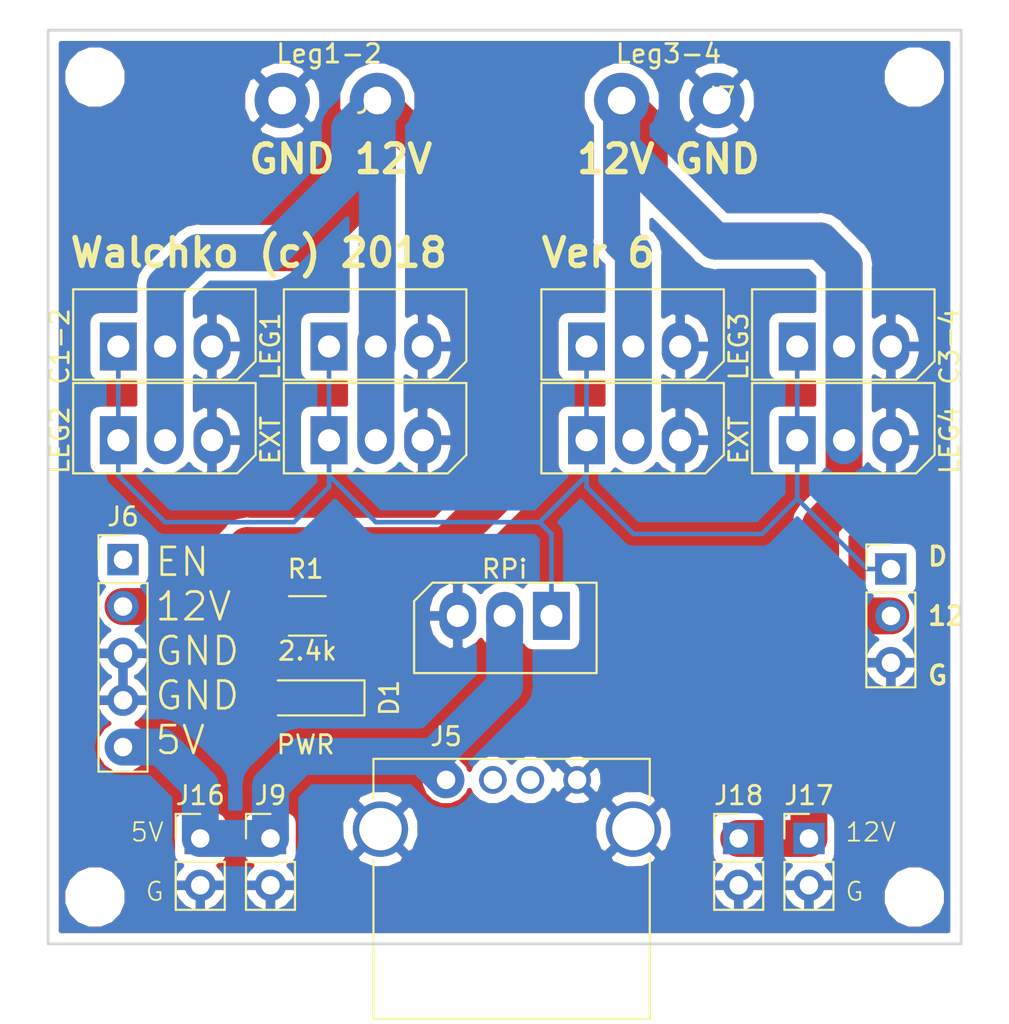
<source format=kicad_pcb>
(kicad_pcb (version 20171130) (host pcbnew "(5.0.1)-4")

  (general
    (thickness 1.6)
    (drawings 17)
    (tracks 99)
    (zones 0)
    (modules 24)
    (nets 7)
  )

  (page USLetter)
  (layers
    (0 F.Cu signal)
    (31 B.Cu signal)
    (32 B.Adhes user)
    (33 F.Adhes user)
    (34 B.Paste user)
    (35 F.Paste user)
    (36 B.SilkS user)
    (37 F.SilkS user)
    (38 B.Mask user)
    (39 F.Mask user)
    (40 Dwgs.User user)
    (41 Cmts.User user)
    (42 Eco1.User user)
    (43 Eco2.User user)
    (44 Edge.Cuts user)
    (45 Margin user)
    (46 B.CrtYd user)
    (47 F.CrtYd user)
    (48 B.Fab user)
    (49 F.Fab user)
  )

  (setup
    (last_trace_width 2)
    (user_trace_width 2)
    (trace_clearance 0.2)
    (zone_clearance 0.508)
    (zone_45_only no)
    (trace_min 0.2)
    (segment_width 0.2)
    (edge_width 0.15)
    (via_size 0.6)
    (via_drill 0.4)
    (via_min_size 0.4)
    (via_min_drill 0.3)
    (uvia_size 0.3)
    (uvia_drill 0.1)
    (uvias_allowed no)
    (uvia_min_size 0.2)
    (uvia_min_drill 0.1)
    (pcb_text_width 0.3)
    (pcb_text_size 1.5 1.5)
    (mod_edge_width 0.15)
    (mod_text_size 1 1)
    (mod_text_width 0.15)
    (pad_size 2.99974 2.99974)
    (pad_drill 1.50114)
    (pad_to_mask_clearance 0.2)
    (solder_mask_min_width 0.25)
    (aux_axis_origin 0 0)
    (visible_elements 7FFFFFFF)
    (pcbplotparams
      (layerselection 0x010f0_ffffffff)
      (usegerberextensions false)
      (usegerberattributes false)
      (usegerberadvancedattributes false)
      (creategerberjobfile false)
      (excludeedgelayer true)
      (linewidth 0.100000)
      (plotframeref false)
      (viasonmask false)
      (mode 1)
      (useauxorigin false)
      (hpglpennumber 1)
      (hpglpenspeed 20)
      (hpglpendiameter 15.000000)
      (psnegative false)
      (psa4output false)
      (plotreference true)
      (plotvalue true)
      (plotinvisibletext false)
      (padsonsilk false)
      (subtractmaskfromsilk false)
      (outputformat 1)
      (mirror false)
      (drillshape 0)
      (scaleselection 1)
      (outputdirectory "gerber/"))
  )

  (net 0 "")
  (net 1 DATA)
  (net 2 GND)
  (net 3 "Net-(D1-Pad1)")
  (net 4 "Net-(J12-Pad2)")
  (net 5 "Net-(D1-Pad2)")
  (net 6 +5V)

  (net_class Default "This is the default net class."
    (clearance 0.2)
    (trace_width 0.25)
    (via_dia 0.6)
    (via_drill 0.4)
    (uvia_dia 0.3)
    (uvia_drill 0.1)
    (add_net +5V)
    (add_net DATA)
    (add_net GND)
    (add_net "Net-(D1-Pad1)")
    (add_net "Net-(D1-Pad2)")
    (add_net "Net-(J12-Pad2)")
  )

  (module LEDs:LED_1206_HandSoldering (layer F.Cu) (tedit 5AFB17AC) (tstamp 5A933437)
    (at 123.285 95.885 180)
    (descr "LED SMD 1206, hand soldering")
    (tags "LED 1206")
    (path /5ACD24C2)
    (attr smd)
    (fp_text reference D1 (at -4.445 0 270) (layer F.SilkS)
      (effects (font (size 1 1) (thickness 0.15)))
    )
    (fp_text value PWR (at 0.095 -2.54) (layer F.SilkS)
      (effects (font (size 1 1) (thickness 0.15)))
    )
    (fp_line (start -3.1 -0.95) (end -3.1 0.95) (layer F.SilkS) (width 0.12))
    (fp_line (start -0.4 0) (end 0.2 -0.4) (layer F.Fab) (width 0.1))
    (fp_line (start 0.2 -0.4) (end 0.2 0.4) (layer F.Fab) (width 0.1))
    (fp_line (start 0.2 0.4) (end -0.4 0) (layer F.Fab) (width 0.1))
    (fp_line (start -0.45 -0.4) (end -0.45 0.4) (layer F.Fab) (width 0.1))
    (fp_line (start -1.6 0.8) (end -1.6 -0.8) (layer F.Fab) (width 0.1))
    (fp_line (start 1.6 0.8) (end -1.6 0.8) (layer F.Fab) (width 0.1))
    (fp_line (start 1.6 -0.8) (end 1.6 0.8) (layer F.Fab) (width 0.1))
    (fp_line (start -1.6 -0.8) (end 1.6 -0.8) (layer F.Fab) (width 0.1))
    (fp_line (start -3.1 0.95) (end 1.6 0.95) (layer F.SilkS) (width 0.12))
    (fp_line (start -3.1 -0.95) (end 1.6 -0.95) (layer F.SilkS) (width 0.12))
    (fp_line (start -3.25 -1.11) (end 3.25 -1.11) (layer F.CrtYd) (width 0.05))
    (fp_line (start -3.25 -1.11) (end -3.25 1.1) (layer F.CrtYd) (width 0.05))
    (fp_line (start 3.25 1.1) (end 3.25 -1.11) (layer F.CrtYd) (width 0.05))
    (fp_line (start 3.25 1.1) (end -3.25 1.1) (layer F.CrtYd) (width 0.05))
    (pad 1 smd rect (at -2 0 180) (size 2 1.7) (layers F.Cu F.Paste F.Mask)
      (net 3 "Net-(D1-Pad1)"))
    (pad 2 smd rect (at 2 0 180) (size 2 1.7) (layers F.Cu F.Paste F.Mask)
      (net 5 "Net-(D1-Pad2)"))
    (model ${KISYS3DMOD}/LEDs.3dshapes/LED_1206.wrl
      (at (xyz 0 0 0))
      (scale (xyz 1 1 1))
      (rotate (xyz 0 0 180))
    )
  )

  (module Connectors_Molex:Molex_SPOX-5267_22-03-5035_03x2.54mm_Straight (layer F.Cu) (tedit 5AF32ABA) (tstamp 5A9394F1)
    (at 113.03 76.835)
    (descr "Connector Headers with Friction Lock, 22-03-5035, http://www.molex.com/pdm_docs/ps/PS-5264-001-001.pdf")
    (tags "connector molex SPOX 5267 22-03-5035")
    (path /5A7A565B)
    (fp_text reference J1 (at -1.27 2.54) (layer F.Fab)
      (effects (font (size 1 1) (thickness 0.15)))
    )
    (fp_text value C1-2 (at -3.175 0 90) (layer F.SilkS)
      (effects (font (size 1 1) (thickness 0.15)))
    )
    (fp_line (start 6.45 1.8) (end 7.45 0.8) (layer F.SilkS) (width 0.12))
    (fp_line (start -2.45 -3.1) (end -2.45 1.8) (layer F.SilkS) (width 0.12))
    (fp_line (start -2.45 1.8) (end 6.45 1.8) (layer F.SilkS) (width 0.12))
    (fp_line (start 7.45 0.8) (end 7.45 -3.1) (layer F.SilkS) (width 0.12))
    (fp_line (start 7.45 -3.1) (end -2.45 -3.1) (layer F.SilkS) (width 0.12))
    (fp_line (start -2.5 1.85) (end -2.5 -3.15) (layer F.CrtYd) (width 0.05))
    (fp_line (start -2.5 -3.15) (end 7.5 -3.15) (layer F.CrtYd) (width 0.05))
    (fp_line (start 7.5 -3.15) (end 7.5 1.85) (layer F.CrtYd) (width 0.05))
    (fp_line (start 7.5 1.85) (end -2.5 1.85) (layer F.CrtYd) (width 0.05))
    (fp_line (start 7.35 -3) (end -2.35 -3) (layer F.Fab) (width 0.1))
    (fp_line (start 7.35 0.7) (end 7.35 -3) (layer F.Fab) (width 0.1))
    (fp_line (start 6.35 1.7) (end 7.35 0.7) (layer F.Fab) (width 0.1))
    (fp_line (start -2.35 1.7) (end 6.35 1.7) (layer F.Fab) (width 0.1))
    (fp_line (start -2.35 -3) (end -2.35 1.7) (layer F.Fab) (width 0.1))
    (pad 1 thru_hole rect (at 0 0) (size 2 2.6) (drill 1.2) (layers *.Cu *.Mask)
      (net 1 DATA))
    (pad 2 thru_hole oval (at 2.54 0) (size 2 2.6) (drill 1.2) (layers *.Cu *.Mask)
      (net 5 "Net-(D1-Pad2)"))
    (pad 3 thru_hole oval (at 5.08 0) (size 2 2.6) (drill 1.2) (layers *.Cu *.Mask)
      (net 2 GND))
    (model ${KISYS3DMOD}/Connectors_Molex.3dshapes/Molex_SPOX-5267_22-03-5035_03x2.54mm_Straight.wrl
      (offset (xyz 2.539999961853027 0.5999987909889222 2.899994156446457))
      (scale (xyz 1 1 1))
      (rotate (xyz -90 0 180))
    )
  )

  (module Pin_Headers:Pin_Header_Straight_1x03_Pitch2.54mm (layer F.Cu) (tedit 5AF32AFD) (tstamp 5ACD02CA)
    (at 154.94 88.9)
    (descr "Through hole straight pin header, 1x03, 2.54mm pitch, single row")
    (tags "Through hole pin header THT 1x03 2.54mm single row")
    (path /5ACD2202)
    (fp_text reference J3 (at 0 -2.33) (layer F.Fab)
      (effects (font (size 1 1) (thickness 0.15)))
    )
    (fp_text value Data (at 0 7.41) (layer F.Fab)
      (effects (font (size 1 1) (thickness 0.15)))
    )
    (fp_line (start -0.635 -1.27) (end 1.27 -1.27) (layer F.Fab) (width 0.1))
    (fp_line (start 1.27 -1.27) (end 1.27 6.35) (layer F.Fab) (width 0.1))
    (fp_line (start 1.27 6.35) (end -1.27 6.35) (layer F.Fab) (width 0.1))
    (fp_line (start -1.27 6.35) (end -1.27 -0.635) (layer F.Fab) (width 0.1))
    (fp_line (start -1.27 -0.635) (end -0.635 -1.27) (layer F.Fab) (width 0.1))
    (fp_line (start -1.33 6.41) (end 1.33 6.41) (layer F.SilkS) (width 0.12))
    (fp_line (start -1.33 1.27) (end -1.33 6.41) (layer F.SilkS) (width 0.12))
    (fp_line (start 1.33 1.27) (end 1.33 6.41) (layer F.SilkS) (width 0.12))
    (fp_line (start -1.33 1.27) (end 1.33 1.27) (layer F.SilkS) (width 0.12))
    (fp_line (start -1.33 0) (end -1.33 -1.33) (layer F.SilkS) (width 0.12))
    (fp_line (start -1.33 -1.33) (end 0 -1.33) (layer F.SilkS) (width 0.12))
    (fp_line (start -1.8 -1.8) (end -1.8 6.85) (layer F.CrtYd) (width 0.05))
    (fp_line (start -1.8 6.85) (end 1.8 6.85) (layer F.CrtYd) (width 0.05))
    (fp_line (start 1.8 6.85) (end 1.8 -1.8) (layer F.CrtYd) (width 0.05))
    (fp_line (start 1.8 -1.8) (end -1.8 -1.8) (layer F.CrtYd) (width 0.05))
    (fp_text user %R (at 0 2.54 90) (layer F.Fab)
      (effects (font (size 1 1) (thickness 0.15)))
    )
    (pad 1 thru_hole rect (at 0 0) (size 1.7 1.7) (drill 1) (layers *.Cu *.Mask)
      (net 1 DATA))
    (pad 2 thru_hole oval (at 0 2.54) (size 1.7 1.7) (drill 1) (layers *.Cu *.Mask)
      (net 4 "Net-(J12-Pad2)"))
    (pad 3 thru_hole oval (at 0 5.08) (size 1.7 1.7) (drill 1) (layers *.Cu *.Mask)
      (net 2 GND))
    (model ${KISYS3DMOD}/Pin_Headers.3dshapes/Pin_Header_Straight_1x03_Pitch2.54mm.wrl
      (at (xyz 0 0 0))
      (scale (xyz 1 1 1))
      (rotate (xyz 0 0 0))
    )
  )

  (module Connectors_Molex:Molex_SPOX-5267_22-03-5035_03x2.54mm_Straight (layer F.Cu) (tedit 5AF32AAC) (tstamp 5ACD02D5)
    (at 124.46 76.835)
    (descr "Connector Headers with Friction Lock, 22-03-5035, http://www.molex.com/pdm_docs/ps/PS-5264-001-001.pdf")
    (tags "connector molex SPOX 5267 22-03-5035")
    (path /5ACCFEAF)
    (fp_text reference J8 (at 2.54 -3.81) (layer F.Fab)
      (effects (font (size 1 1) (thickness 0.15)))
    )
    (fp_text value LEG1 (at -3.175 0 90) (layer F.SilkS)
      (effects (font (size 1 1) (thickness 0.15)))
    )
    (fp_line (start 6.45 1.8) (end 7.45 0.8) (layer F.SilkS) (width 0.12))
    (fp_line (start -2.45 -3.1) (end -2.45 1.8) (layer F.SilkS) (width 0.12))
    (fp_line (start -2.45 1.8) (end 6.45 1.8) (layer F.SilkS) (width 0.12))
    (fp_line (start 7.45 0.8) (end 7.45 -3.1) (layer F.SilkS) (width 0.12))
    (fp_line (start 7.45 -3.1) (end -2.45 -3.1) (layer F.SilkS) (width 0.12))
    (fp_line (start -2.5 1.85) (end -2.5 -3.15) (layer F.CrtYd) (width 0.05))
    (fp_line (start -2.5 -3.15) (end 7.5 -3.15) (layer F.CrtYd) (width 0.05))
    (fp_line (start 7.5 -3.15) (end 7.5 1.85) (layer F.CrtYd) (width 0.05))
    (fp_line (start 7.5 1.85) (end -2.5 1.85) (layer F.CrtYd) (width 0.05))
    (fp_line (start 7.35 -3) (end -2.35 -3) (layer F.Fab) (width 0.1))
    (fp_line (start 7.35 0.7) (end 7.35 -3) (layer F.Fab) (width 0.1))
    (fp_line (start 6.35 1.7) (end 7.35 0.7) (layer F.Fab) (width 0.1))
    (fp_line (start -2.35 1.7) (end 6.35 1.7) (layer F.Fab) (width 0.1))
    (fp_line (start -2.35 -3) (end -2.35 1.7) (layer F.Fab) (width 0.1))
    (pad 1 thru_hole rect (at 0 0) (size 2 2.6) (drill 1.2) (layers *.Cu *.Mask)
      (net 1 DATA))
    (pad 2 thru_hole oval (at 2.54 0) (size 2 2.6) (drill 1.2) (layers *.Cu *.Mask)
      (net 5 "Net-(D1-Pad2)"))
    (pad 3 thru_hole oval (at 5.08 0) (size 2 2.6) (drill 1.2) (layers *.Cu *.Mask)
      (net 2 GND))
    (model ${KISYS3DMOD}/Connectors_Molex.3dshapes/Molex_SPOX-5267_22-03-5035_03x2.54mm_Straight.wrl
      (offset (xyz 2.539999961853027 0.5999987909889222 2.899994156446457))
      (scale (xyz 1 1 1))
      (rotate (xyz -90 0 180))
    )
  )

  (module Connectors_Molex:Molex_SPOX-5267_22-03-5035_03x2.54mm_Straight (layer F.Cu) (tedit 5ACD10F4) (tstamp 5ACD02E0)
    (at 113.03 81.915)
    (descr "Connector Headers with Friction Lock, 22-03-5035, http://www.molex.com/pdm_docs/ps/PS-5264-001-001.pdf")
    (tags "connector molex SPOX 5267 22-03-5035")
    (path /5ACD102B)
    (fp_text reference J10 (at 2.54 -3.81) (layer F.Fab)
      (effects (font (size 1 1) (thickness 0.15)))
    )
    (fp_text value LEG2 (at -3.175 0 90) (layer F.SilkS)
      (effects (font (size 1 1) (thickness 0.15)))
    )
    (fp_line (start 6.45 1.8) (end 7.45 0.8) (layer F.SilkS) (width 0.12))
    (fp_line (start -2.45 -3.1) (end -2.45 1.8) (layer F.SilkS) (width 0.12))
    (fp_line (start -2.45 1.8) (end 6.45 1.8) (layer F.SilkS) (width 0.12))
    (fp_line (start 7.45 0.8) (end 7.45 -3.1) (layer F.SilkS) (width 0.12))
    (fp_line (start 7.45 -3.1) (end -2.45 -3.1) (layer F.SilkS) (width 0.12))
    (fp_line (start -2.5 1.85) (end -2.5 -3.15) (layer F.CrtYd) (width 0.05))
    (fp_line (start -2.5 -3.15) (end 7.5 -3.15) (layer F.CrtYd) (width 0.05))
    (fp_line (start 7.5 -3.15) (end 7.5 1.85) (layer F.CrtYd) (width 0.05))
    (fp_line (start 7.5 1.85) (end -2.5 1.85) (layer F.CrtYd) (width 0.05))
    (fp_line (start 7.35 -3) (end -2.35 -3) (layer F.Fab) (width 0.1))
    (fp_line (start 7.35 0.7) (end 7.35 -3) (layer F.Fab) (width 0.1))
    (fp_line (start 6.35 1.7) (end 7.35 0.7) (layer F.Fab) (width 0.1))
    (fp_line (start -2.35 1.7) (end 6.35 1.7) (layer F.Fab) (width 0.1))
    (fp_line (start -2.35 -3) (end -2.35 1.7) (layer F.Fab) (width 0.1))
    (pad 1 thru_hole rect (at 0 0) (size 2 2.6) (drill 1.2) (layers *.Cu *.Mask)
      (net 1 DATA))
    (pad 2 thru_hole oval (at 2.54 0) (size 2 2.6) (drill 1.2) (layers *.Cu *.Mask)
      (net 5 "Net-(D1-Pad2)"))
    (pad 3 thru_hole oval (at 5.08 0) (size 2 2.6) (drill 1.2) (layers *.Cu *.Mask)
      (net 2 GND))
    (model ${KISYS3DMOD}/Connectors_Molex.3dshapes/Molex_SPOX-5267_22-03-5035_03x2.54mm_Straight.wrl
      (offset (xyz 2.539999961853027 0.5999987909889222 2.899994156446457))
      (scale (xyz 1 1 1))
      (rotate (xyz -90 0 180))
    )
  )

  (module Connectors_Molex:Molex_SPOX-5267_22-03-5035_03x2.54mm_Straight (layer F.Cu) (tedit 5AF32ACB) (tstamp 5ACD02E6)
    (at 124.46 81.915)
    (descr "Connector Headers with Friction Lock, 22-03-5035, http://www.molex.com/pdm_docs/ps/PS-5264-001-001.pdf")
    (tags "connector molex SPOX 5267 22-03-5035")
    (path /5ACD103D)
    (fp_text reference J11 (at 2.54 -3.81) (layer F.Fab)
      (effects (font (size 1 1) (thickness 0.15)))
    )
    (fp_text value EXT (at -3.175 0 90) (layer F.SilkS)
      (effects (font (size 1 1) (thickness 0.15)))
    )
    (fp_line (start 6.45 1.8) (end 7.45 0.8) (layer F.SilkS) (width 0.12))
    (fp_line (start -2.45 -3.1) (end -2.45 1.8) (layer F.SilkS) (width 0.12))
    (fp_line (start -2.45 1.8) (end 6.45 1.8) (layer F.SilkS) (width 0.12))
    (fp_line (start 7.45 0.8) (end 7.45 -3.1) (layer F.SilkS) (width 0.12))
    (fp_line (start 7.45 -3.1) (end -2.45 -3.1) (layer F.SilkS) (width 0.12))
    (fp_line (start -2.5 1.85) (end -2.5 -3.15) (layer F.CrtYd) (width 0.05))
    (fp_line (start -2.5 -3.15) (end 7.5 -3.15) (layer F.CrtYd) (width 0.05))
    (fp_line (start 7.5 -3.15) (end 7.5 1.85) (layer F.CrtYd) (width 0.05))
    (fp_line (start 7.5 1.85) (end -2.5 1.85) (layer F.CrtYd) (width 0.05))
    (fp_line (start 7.35 -3) (end -2.35 -3) (layer F.Fab) (width 0.1))
    (fp_line (start 7.35 0.7) (end 7.35 -3) (layer F.Fab) (width 0.1))
    (fp_line (start 6.35 1.7) (end 7.35 0.7) (layer F.Fab) (width 0.1))
    (fp_line (start -2.35 1.7) (end 6.35 1.7) (layer F.Fab) (width 0.1))
    (fp_line (start -2.35 -3) (end -2.35 1.7) (layer F.Fab) (width 0.1))
    (pad 1 thru_hole rect (at 0 0) (size 2 2.6) (drill 1.2) (layers *.Cu *.Mask)
      (net 1 DATA))
    (pad 2 thru_hole oval (at 2.54 0) (size 2 2.6) (drill 1.2) (layers *.Cu *.Mask)
      (net 5 "Net-(D1-Pad2)"))
    (pad 3 thru_hole oval (at 5.08 0) (size 2 2.6) (drill 1.2) (layers *.Cu *.Mask)
      (net 2 GND))
    (model ${KISYS3DMOD}/Connectors_Molex.3dshapes/Molex_SPOX-5267_22-03-5035_03x2.54mm_Straight.wrl
      (offset (xyz 2.539999961853027 0.5999987909889222 2.899994156446457))
      (scale (xyz 1 1 1))
      (rotate (xyz -90 0 180))
    )
  )

  (module Resistors_SMD:R_1206_HandSoldering (layer F.Cu) (tedit 5AFB17C4) (tstamp 5ACD02F1)
    (at 123.285 91.44)
    (descr "Resistor SMD 1206, hand soldering")
    (tags "resistor 1206")
    (path /5ACD2583)
    (attr smd)
    (fp_text reference R1 (at -0.095 -2.54 180) (layer F.SilkS)
      (effects (font (size 1 1) (thickness 0.15)))
    )
    (fp_text value 2.4k (at 0 1.905) (layer F.SilkS)
      (effects (font (size 1 1) (thickness 0.15)))
    )
    (fp_text user %R (at 0 0) (layer F.Fab)
      (effects (font (size 0.7 0.7) (thickness 0.105)))
    )
    (fp_line (start -1.6 0.8) (end -1.6 -0.8) (layer F.Fab) (width 0.1))
    (fp_line (start 1.6 0.8) (end -1.6 0.8) (layer F.Fab) (width 0.1))
    (fp_line (start 1.6 -0.8) (end 1.6 0.8) (layer F.Fab) (width 0.1))
    (fp_line (start -1.6 -0.8) (end 1.6 -0.8) (layer F.Fab) (width 0.1))
    (fp_line (start 1 1.07) (end -1 1.07) (layer F.SilkS) (width 0.12))
    (fp_line (start -1 -1.07) (end 1 -1.07) (layer F.SilkS) (width 0.12))
    (fp_line (start -3.25 -1.11) (end 3.25 -1.11) (layer F.CrtYd) (width 0.05))
    (fp_line (start -3.25 -1.11) (end -3.25 1.1) (layer F.CrtYd) (width 0.05))
    (fp_line (start 3.25 1.1) (end 3.25 -1.11) (layer F.CrtYd) (width 0.05))
    (fp_line (start 3.25 1.1) (end -3.25 1.1) (layer F.CrtYd) (width 0.05))
    (pad 1 smd rect (at -2 0) (size 2 1.7) (layers F.Cu F.Paste F.Mask)
      (net 3 "Net-(D1-Pad1)"))
    (pad 2 smd rect (at 2 0) (size 2 1.7) (layers F.Cu F.Paste F.Mask)
      (net 2 GND))
    (model ${KISYS3DMOD}/Resistors_SMD.3dshapes/R_1206.wrl
      (at (xyz 0 0 0))
      (scale (xyz 1 1 1))
      (rotate (xyz 0 0 0))
    )
  )

  (module Connectors_Molex:Molex_SPOX-5267_22-03-5035_03x2.54mm_Straight (layer F.Cu) (tedit 5AF32AE2) (tstamp 5ACD0802)
    (at 149.86 81.915)
    (descr "Connector Headers with Friction Lock, 22-03-5035, http://www.molex.com/pdm_docs/ps/PS-5264-001-001.pdf")
    (tags "connector molex SPOX 5267 22-03-5035")
    (path /5ACD2DCD)
    (fp_text reference J12 (at 2.54 -3.81) (layer F.Fab)
      (effects (font (size 1 1) (thickness 0.15)))
    )
    (fp_text value LEG4 (at 8.255 0 90) (layer F.SilkS)
      (effects (font (size 1 1) (thickness 0.15)))
    )
    (fp_line (start 6.45 1.8) (end 7.45 0.8) (layer F.SilkS) (width 0.12))
    (fp_line (start -2.45 -3.1) (end -2.45 1.8) (layer F.SilkS) (width 0.12))
    (fp_line (start -2.45 1.8) (end 6.45 1.8) (layer F.SilkS) (width 0.12))
    (fp_line (start 7.45 0.8) (end 7.45 -3.1) (layer F.SilkS) (width 0.12))
    (fp_line (start 7.45 -3.1) (end -2.45 -3.1) (layer F.SilkS) (width 0.12))
    (fp_line (start -2.5 1.85) (end -2.5 -3.15) (layer F.CrtYd) (width 0.05))
    (fp_line (start -2.5 -3.15) (end 7.5 -3.15) (layer F.CrtYd) (width 0.05))
    (fp_line (start 7.5 -3.15) (end 7.5 1.85) (layer F.CrtYd) (width 0.05))
    (fp_line (start 7.5 1.85) (end -2.5 1.85) (layer F.CrtYd) (width 0.05))
    (fp_line (start 7.35 -3) (end -2.35 -3) (layer F.Fab) (width 0.1))
    (fp_line (start 7.35 0.7) (end 7.35 -3) (layer F.Fab) (width 0.1))
    (fp_line (start 6.35 1.7) (end 7.35 0.7) (layer F.Fab) (width 0.1))
    (fp_line (start -2.35 1.7) (end 6.35 1.7) (layer F.Fab) (width 0.1))
    (fp_line (start -2.35 -3) (end -2.35 1.7) (layer F.Fab) (width 0.1))
    (pad 1 thru_hole rect (at 0 0) (size 2 2.6) (drill 1.2) (layers *.Cu *.Mask)
      (net 1 DATA))
    (pad 2 thru_hole oval (at 2.54 0) (size 2 2.6) (drill 1.2) (layers *.Cu *.Mask)
      (net 4 "Net-(J12-Pad2)"))
    (pad 3 thru_hole oval (at 5.08 0) (size 2 2.6) (drill 1.2) (layers *.Cu *.Mask)
      (net 2 GND))
    (model ${KISYS3DMOD}/Connectors_Molex.3dshapes/Molex_SPOX-5267_22-03-5035_03x2.54mm_Straight.wrl
      (offset (xyz 2.539999961853027 0.5999987909889222 2.899994156446457))
      (scale (xyz 1 1 1))
      (rotate (xyz -90 0 180))
    )
  )

  (module Connectors_Molex:Molex_SPOX-5267_22-03-5035_03x2.54mm_Straight (layer F.Cu) (tedit 5AF32AF1) (tstamp 5ACD0809)
    (at 138.43 81.915)
    (descr "Connector Headers with Friction Lock, 22-03-5035, http://www.molex.com/pdm_docs/ps/PS-5264-001-001.pdf")
    (tags "connector molex SPOX 5267 22-03-5035")
    (path /5ACD2DDF)
    (fp_text reference J13 (at 2.54 -3.81) (layer F.Fab)
      (effects (font (size 1 1) (thickness 0.15)))
    )
    (fp_text value EXT (at 8.255 0 90) (layer F.SilkS)
      (effects (font (size 1 1) (thickness 0.15)))
    )
    (fp_line (start 6.45 1.8) (end 7.45 0.8) (layer F.SilkS) (width 0.12))
    (fp_line (start -2.45 -3.1) (end -2.45 1.8) (layer F.SilkS) (width 0.12))
    (fp_line (start -2.45 1.8) (end 6.45 1.8) (layer F.SilkS) (width 0.12))
    (fp_line (start 7.45 0.8) (end 7.45 -3.1) (layer F.SilkS) (width 0.12))
    (fp_line (start 7.45 -3.1) (end -2.45 -3.1) (layer F.SilkS) (width 0.12))
    (fp_line (start -2.5 1.85) (end -2.5 -3.15) (layer F.CrtYd) (width 0.05))
    (fp_line (start -2.5 -3.15) (end 7.5 -3.15) (layer F.CrtYd) (width 0.05))
    (fp_line (start 7.5 -3.15) (end 7.5 1.85) (layer F.CrtYd) (width 0.05))
    (fp_line (start 7.5 1.85) (end -2.5 1.85) (layer F.CrtYd) (width 0.05))
    (fp_line (start 7.35 -3) (end -2.35 -3) (layer F.Fab) (width 0.1))
    (fp_line (start 7.35 0.7) (end 7.35 -3) (layer F.Fab) (width 0.1))
    (fp_line (start 6.35 1.7) (end 7.35 0.7) (layer F.Fab) (width 0.1))
    (fp_line (start -2.35 1.7) (end 6.35 1.7) (layer F.Fab) (width 0.1))
    (fp_line (start -2.35 -3) (end -2.35 1.7) (layer F.Fab) (width 0.1))
    (pad 1 thru_hole rect (at 0 0) (size 2 2.6) (drill 1.2) (layers *.Cu *.Mask)
      (net 1 DATA))
    (pad 2 thru_hole oval (at 2.54 0) (size 2 2.6) (drill 1.2) (layers *.Cu *.Mask)
      (net 4 "Net-(J12-Pad2)"))
    (pad 3 thru_hole oval (at 5.08 0) (size 2 2.6) (drill 1.2) (layers *.Cu *.Mask)
      (net 2 GND))
    (model ${KISYS3DMOD}/Connectors_Molex.3dshapes/Molex_SPOX-5267_22-03-5035_03x2.54mm_Straight.wrl
      (offset (xyz 2.539999961853027 0.5999987909889222 2.899994156446457))
      (scale (xyz 1 1 1))
      (rotate (xyz -90 0 180))
    )
  )

  (module Connectors_Molex:Molex_SPOX-5267_22-03-5035_03x2.54mm_Straight (layer F.Cu) (tedit 5AF32AD2) (tstamp 5ACD0810)
    (at 149.86 76.835)
    (descr "Connector Headers with Friction Lock, 22-03-5035, http://www.molex.com/pdm_docs/ps/PS-5264-001-001.pdf")
    (tags "connector molex SPOX 5267 22-03-5035")
    (path /5ACD2D1C)
    (fp_text reference J14 (at 2.54 -3.81) (layer F.Fab)
      (effects (font (size 1 1) (thickness 0.15)))
    )
    (fp_text value C3-4 (at 8.255 0 90) (layer F.SilkS)
      (effects (font (size 1 1) (thickness 0.15)))
    )
    (fp_line (start 6.45 1.8) (end 7.45 0.8) (layer F.SilkS) (width 0.12))
    (fp_line (start -2.45 -3.1) (end -2.45 1.8) (layer F.SilkS) (width 0.12))
    (fp_line (start -2.45 1.8) (end 6.45 1.8) (layer F.SilkS) (width 0.12))
    (fp_line (start 7.45 0.8) (end 7.45 -3.1) (layer F.SilkS) (width 0.12))
    (fp_line (start 7.45 -3.1) (end -2.45 -3.1) (layer F.SilkS) (width 0.12))
    (fp_line (start -2.5 1.85) (end -2.5 -3.15) (layer F.CrtYd) (width 0.05))
    (fp_line (start -2.5 -3.15) (end 7.5 -3.15) (layer F.CrtYd) (width 0.05))
    (fp_line (start 7.5 -3.15) (end 7.5 1.85) (layer F.CrtYd) (width 0.05))
    (fp_line (start 7.5 1.85) (end -2.5 1.85) (layer F.CrtYd) (width 0.05))
    (fp_line (start 7.35 -3) (end -2.35 -3) (layer F.Fab) (width 0.1))
    (fp_line (start 7.35 0.7) (end 7.35 -3) (layer F.Fab) (width 0.1))
    (fp_line (start 6.35 1.7) (end 7.35 0.7) (layer F.Fab) (width 0.1))
    (fp_line (start -2.35 1.7) (end 6.35 1.7) (layer F.Fab) (width 0.1))
    (fp_line (start -2.35 -3) (end -2.35 1.7) (layer F.Fab) (width 0.1))
    (pad 1 thru_hole rect (at 0 0) (size 2 2.6) (drill 1.2) (layers *.Cu *.Mask)
      (net 1 DATA))
    (pad 2 thru_hole oval (at 2.54 0) (size 2 2.6) (drill 1.2) (layers *.Cu *.Mask)
      (net 4 "Net-(J12-Pad2)"))
    (pad 3 thru_hole oval (at 5.08 0) (size 2 2.6) (drill 1.2) (layers *.Cu *.Mask)
      (net 2 GND))
    (model ${KISYS3DMOD}/Connectors_Molex.3dshapes/Molex_SPOX-5267_22-03-5035_03x2.54mm_Straight.wrl
      (offset (xyz 2.539999961853027 0.5999987909889222 2.899994156446457))
      (scale (xyz 1 1 1))
      (rotate (xyz -90 0 180))
    )
  )

  (module Connectors_Molex:Molex_SPOX-5267_22-03-5035_03x2.54mm_Straight (layer F.Cu) (tedit 5AF32ADC) (tstamp 5ACD0817)
    (at 138.43 76.835)
    (descr "Connector Headers with Friction Lock, 22-03-5035, http://www.molex.com/pdm_docs/ps/PS-5264-001-001.pdf")
    (tags "connector molex SPOX 5267 22-03-5035")
    (path /5ACD2D2E)
    (fp_text reference J15 (at 2.54 -3.81) (layer F.Fab)
      (effects (font (size 1 1) (thickness 0.15)))
    )
    (fp_text value LEG3 (at 8.255 0 90) (layer F.SilkS)
      (effects (font (size 1 1) (thickness 0.15)))
    )
    (fp_line (start 6.45 1.8) (end 7.45 0.8) (layer F.SilkS) (width 0.12))
    (fp_line (start -2.45 -3.1) (end -2.45 1.8) (layer F.SilkS) (width 0.12))
    (fp_line (start -2.45 1.8) (end 6.45 1.8) (layer F.SilkS) (width 0.12))
    (fp_line (start 7.45 0.8) (end 7.45 -3.1) (layer F.SilkS) (width 0.12))
    (fp_line (start 7.45 -3.1) (end -2.45 -3.1) (layer F.SilkS) (width 0.12))
    (fp_line (start -2.5 1.85) (end -2.5 -3.15) (layer F.CrtYd) (width 0.05))
    (fp_line (start -2.5 -3.15) (end 7.5 -3.15) (layer F.CrtYd) (width 0.05))
    (fp_line (start 7.5 -3.15) (end 7.5 1.85) (layer F.CrtYd) (width 0.05))
    (fp_line (start 7.5 1.85) (end -2.5 1.85) (layer F.CrtYd) (width 0.05))
    (fp_line (start 7.35 -3) (end -2.35 -3) (layer F.Fab) (width 0.1))
    (fp_line (start 7.35 0.7) (end 7.35 -3) (layer F.Fab) (width 0.1))
    (fp_line (start 6.35 1.7) (end 7.35 0.7) (layer F.Fab) (width 0.1))
    (fp_line (start -2.35 1.7) (end 6.35 1.7) (layer F.Fab) (width 0.1))
    (fp_line (start -2.35 -3) (end -2.35 1.7) (layer F.Fab) (width 0.1))
    (pad 1 thru_hole rect (at 0 0) (size 2 2.6) (drill 1.2) (layers *.Cu *.Mask)
      (net 1 DATA))
    (pad 2 thru_hole oval (at 2.54 0) (size 2 2.6) (drill 1.2) (layers *.Cu *.Mask)
      (net 4 "Net-(J12-Pad2)"))
    (pad 3 thru_hole oval (at 5.08 0) (size 2 2.6) (drill 1.2) (layers *.Cu *.Mask)
      (net 2 GND))
    (model ${KISYS3DMOD}/Connectors_Molex.3dshapes/Molex_SPOX-5267_22-03-5035_03x2.54mm_Straight.wrl
      (offset (xyz 2.539999961853027 0.5999987909889222 2.899994156446457))
      (scale (xyz 1 1 1))
      (rotate (xyz -90 0 180))
    )
  )

  (module Connectors_Molex:Molex_SPOX-5267_22-03-5035_03x2.54mm_Straight (layer F.Cu) (tedit 5AF32AE7) (tstamp 5AF323B6)
    (at 136.525 91.44 180)
    (descr "Connector Headers with Friction Lock, 22-03-5035, http://www.molex.com/pdm_docs/ps/PS-5264-001-001.pdf")
    (tags "connector molex SPOX 5267 22-03-5035")
    (path /5AF331DD)
    (fp_text reference J2 (at 2.54 -3.81 180) (layer F.Fab)
      (effects (font (size 1 1) (thickness 0.15)))
    )
    (fp_text value RPi (at 2.54 2.54 180) (layer F.SilkS)
      (effects (font (size 1 1) (thickness 0.15)))
    )
    (fp_line (start 6.45 1.8) (end 7.45 0.8) (layer F.SilkS) (width 0.12))
    (fp_line (start -2.45 -3.1) (end -2.45 1.8) (layer F.SilkS) (width 0.12))
    (fp_line (start -2.45 1.8) (end 6.45 1.8) (layer F.SilkS) (width 0.12))
    (fp_line (start 7.45 0.8) (end 7.45 -3.1) (layer F.SilkS) (width 0.12))
    (fp_line (start 7.45 -3.1) (end -2.45 -3.1) (layer F.SilkS) (width 0.12))
    (fp_line (start -2.5 1.85) (end -2.5 -3.15) (layer F.CrtYd) (width 0.05))
    (fp_line (start -2.5 -3.15) (end 7.5 -3.15) (layer F.CrtYd) (width 0.05))
    (fp_line (start 7.5 -3.15) (end 7.5 1.85) (layer F.CrtYd) (width 0.05))
    (fp_line (start 7.5 1.85) (end -2.5 1.85) (layer F.CrtYd) (width 0.05))
    (fp_line (start 7.35 -3) (end -2.35 -3) (layer F.Fab) (width 0.1))
    (fp_line (start 7.35 0.7) (end 7.35 -3) (layer F.Fab) (width 0.1))
    (fp_line (start 6.35 1.7) (end 7.35 0.7) (layer F.Fab) (width 0.1))
    (fp_line (start -2.35 1.7) (end 6.35 1.7) (layer F.Fab) (width 0.1))
    (fp_line (start -2.35 -3) (end -2.35 1.7) (layer F.Fab) (width 0.1))
    (pad 1 thru_hole rect (at 0 0 180) (size 2 2.6) (drill 1.2) (layers *.Cu *.Mask)
      (net 1 DATA))
    (pad 2 thru_hole oval (at 2.54 0 180) (size 2 2.6) (drill 1.2) (layers *.Cu *.Mask)
      (net 6 +5V))
    (pad 3 thru_hole oval (at 5.08 0 180) (size 2 2.6) (drill 1.2) (layers *.Cu *.Mask)
      (net 2 GND))
    (model ${KISYS3DMOD}/Connectors_Molex.3dshapes/Molex_SPOX-5267_22-03-5035_03x2.54mm_Straight.wrl
      (offset (xyz 2.539999961853027 0.5999987909889222 2.899994156446457))
      (scale (xyz 1 1 1))
      (rotate (xyz -90 0 180))
    )
  )

  (module Connectors:USB_A (layer F.Cu) (tedit 5543E289) (tstamp 5BFCE5B7)
    (at 130.81 100.33)
    (descr "USB A connector")
    (tags "USB USB_A")
    (path /5BF9F178)
    (fp_text reference J5 (at 0 -2.35) (layer F.SilkS)
      (effects (font (size 1 1) (thickness 0.15)))
    )
    (fp_text value USB_A (at 3.84 7.44) (layer F.Fab)
      (effects (font (size 1 1) (thickness 0.15)))
    )
    (fp_line (start -3.94 4.35) (end -3.94 12.95) (layer F.SilkS) (width 0.12))
    (fp_line (start 11.05 4.15) (end 11.05 12.95) (layer F.SilkS) (width 0.12))
    (fp_line (start 11.05 12.95) (end -3.94 12.95) (layer F.SilkS) (width 0.12))
    (fp_line (start 11.05 -1.14) (end -3.94 -1.14) (layer F.SilkS) (width 0.12))
    (fp_line (start -3.94 -1.14) (end -3.94 0.98) (layer F.SilkS) (width 0.12))
    (fp_line (start 11.05 -1.14) (end 11.05 1.19) (layer F.SilkS) (width 0.12))
    (fp_line (start -5.3 -1.4) (end 11.95 -1.4) (layer F.CrtYd) (width 0.05))
    (fp_line (start -5.3 13.2) (end 11.95 13.2) (layer F.CrtYd) (width 0.05))
    (fp_line (start 11.95 -1.4) (end 11.95 13.2) (layer F.CrtYd) (width 0.05))
    (fp_line (start -5.3 13.2) (end -5.3 -1.4) (layer F.CrtYd) (width 0.05))
    (pad 5 thru_hole circle (at -3.56 2.67 270) (size 3 3) (drill 2.3) (layers *.Cu *.Mask)
      (net 2 GND))
    (pad 5 thru_hole circle (at 10.16 2.67 270) (size 3 3) (drill 2.3) (layers *.Cu *.Mask)
      (net 2 GND))
    (pad 1 thru_hole circle (at 0 0 270) (size 1.5 1.5) (drill 1) (layers *.Cu *.Mask)
      (net 6 +5V))
    (pad 2 thru_hole circle (at 2.54 0 270) (size 1.5 1.5) (drill 1) (layers *.Cu *.Mask))
    (pad 3 thru_hole circle (at 4.57 0 270) (size 1.5 1.5) (drill 1) (layers *.Cu *.Mask))
    (pad 4 thru_hole circle (at 7.11 0 270) (size 1.5 1.5) (drill 1) (layers *.Cu *.Mask)
      (net 2 GND))
    (model ${KISYS3DMOD}/Connectors.3dshapes/USB_A.wrl
      (offset (xyz 3.555999946594238 0 0))
      (scale (xyz 1 1 1))
      (rotate (xyz 0 0 90))
    )
  )

  (module Pin_Headers:Pin_Header_Straight_1x05_Pitch2.54mm (layer F.Cu) (tedit 59650532) (tstamp 5BFCE5D0)
    (at 113.284 88.392)
    (descr "Through hole straight pin header, 1x05, 2.54mm pitch, single row")
    (tags "Through hole pin header THT 1x05 2.54mm single row")
    (path /5BFA49E0)
    (fp_text reference J6 (at 0 -2.33) (layer F.SilkS)
      (effects (font (size 1 1) (thickness 0.15)))
    )
    (fp_text value "5V Pwr" (at 0 12.49) (layer F.Fab)
      (effects (font (size 1 1) (thickness 0.15)))
    )
    (fp_text user %R (at 0 5.08 -270) (layer F.Fab)
      (effects (font (size 1 1) (thickness 0.15)))
    )
    (fp_line (start 1.8 -1.8) (end -1.8 -1.8) (layer F.CrtYd) (width 0.05))
    (fp_line (start 1.8 11.95) (end 1.8 -1.8) (layer F.CrtYd) (width 0.05))
    (fp_line (start -1.8 11.95) (end 1.8 11.95) (layer F.CrtYd) (width 0.05))
    (fp_line (start -1.8 -1.8) (end -1.8 11.95) (layer F.CrtYd) (width 0.05))
    (fp_line (start -1.33 -1.33) (end 0 -1.33) (layer F.SilkS) (width 0.12))
    (fp_line (start -1.33 0) (end -1.33 -1.33) (layer F.SilkS) (width 0.12))
    (fp_line (start -1.33 1.27) (end 1.33 1.27) (layer F.SilkS) (width 0.12))
    (fp_line (start 1.33 1.27) (end 1.33 11.49) (layer F.SilkS) (width 0.12))
    (fp_line (start -1.33 1.27) (end -1.33 11.49) (layer F.SilkS) (width 0.12))
    (fp_line (start -1.33 11.49) (end 1.33 11.49) (layer F.SilkS) (width 0.12))
    (fp_line (start -1.27 -0.635) (end -0.635 -1.27) (layer F.Fab) (width 0.1))
    (fp_line (start -1.27 11.43) (end -1.27 -0.635) (layer F.Fab) (width 0.1))
    (fp_line (start 1.27 11.43) (end -1.27 11.43) (layer F.Fab) (width 0.1))
    (fp_line (start 1.27 -1.27) (end 1.27 11.43) (layer F.Fab) (width 0.1))
    (fp_line (start -0.635 -1.27) (end 1.27 -1.27) (layer F.Fab) (width 0.1))
    (pad 5 thru_hole oval (at 0 10.16) (size 1.7 1.7) (drill 1) (layers *.Cu *.Mask)
      (net 6 +5V))
    (pad 4 thru_hole oval (at 0 7.62) (size 1.7 1.7) (drill 1) (layers *.Cu *.Mask)
      (net 2 GND))
    (pad 3 thru_hole oval (at 0 5.08) (size 1.7 1.7) (drill 1) (layers *.Cu *.Mask)
      (net 2 GND))
    (pad 2 thru_hole oval (at 0 2.54) (size 1.7 1.7) (drill 1) (layers *.Cu *.Mask)
      (net 5 "Net-(D1-Pad2)"))
    (pad 1 thru_hole rect (at 0 0) (size 1.7 1.7) (drill 1) (layers *.Cu *.Mask))
    (model ${KISYS3DMOD}/Pin_Headers.3dshapes/Pin_Header_Straight_1x05_Pitch2.54mm.wrl
      (at (xyz 0 0 0))
      (scale (xyz 1 1 1))
      (rotate (xyz 0 0 0))
    )
  )

  (module Mounting_Holes:MountingHole_2.2mm_M2 (layer F.Cu) (tedit 5BFDB5BA) (tstamp 5BFDDB6B)
    (at 156.21 62.23)
    (descr "Mounting Hole 2.2mm, no annular, M2")
    (tags "mounting hole 2.2mm no annular m2")
    (path /5BFD2444)
    (attr virtual)
    (fp_text reference "" (at 0 -3.2) (layer F.SilkS)
      (effects (font (size 1 1) (thickness 0.15)))
    )
    (fp_text value MountingHole (at 0 3.2) (layer F.Fab)
      (effects (font (size 1 1) (thickness 0.15)))
    )
    (fp_circle (center 0 0) (end 2.45 0) (layer F.CrtYd) (width 0.05))
    (fp_circle (center 0 0) (end 2.2 0) (layer Cmts.User) (width 0.15))
    (fp_text user %R (at 0.3 0) (layer F.Fab)
      (effects (font (size 1 1) (thickness 0.15)))
    )
    (pad 1 np_thru_hole circle (at 0 0) (size 2.2 2.2) (drill 2.2) (layers *.Cu *.Mask))
  )

  (module Mounting_Holes:MountingHole_2.2mm_M2 (layer F.Cu) (tedit 5BFDB5AF) (tstamp 5BFDDBC0)
    (at 111.76 62.23)
    (descr "Mounting Hole 2.2mm, no annular, M2")
    (tags "mounting hole 2.2mm no annular m2")
    (path /5BFD296E)
    (attr virtual)
    (fp_text reference "" (at 0 -3.2) (layer F.SilkS)
      (effects (font (size 1 1) (thickness 0.15)))
    )
    (fp_text value MountingHole (at 0 3.2) (layer F.Fab)
      (effects (font (size 1 1) (thickness 0.15)))
    )
    (fp_circle (center 0 0) (end 2.45 0) (layer F.CrtYd) (width 0.05))
    (fp_circle (center 0 0) (end 2.2 0) (layer Cmts.User) (width 0.15))
    (fp_text user %R (at 0.3 0) (layer F.Fab)
      (effects (font (size 1 1) (thickness 0.15)))
    )
    (pad 1 np_thru_hole circle (at 0 0) (size 2.2 2.2) (drill 2.2) (layers *.Cu *.Mask))
  )

  (module Mounting_Holes:MountingHole_2.2mm_M2 (layer F.Cu) (tedit 5BFDB5C5) (tstamp 5BFDDBC8)
    (at 111.76 106.68)
    (descr "Mounting Hole 2.2mm, no annular, M2")
    (tags "mounting hole 2.2mm no annular m2")
    (path /5BFD29A2)
    (attr virtual)
    (fp_text reference "" (at 0 -3.2) (layer F.SilkS)
      (effects (font (size 1 1) (thickness 0.15)))
    )
    (fp_text value MountingHole (at 0 3.2) (layer F.Fab)
      (effects (font (size 1 1) (thickness 0.15)))
    )
    (fp_text user %R (at 0.3 0) (layer F.Fab)
      (effects (font (size 1 1) (thickness 0.15)))
    )
    (fp_circle (center 0 0) (end 2.2 0) (layer Cmts.User) (width 0.15))
    (fp_circle (center 0 0) (end 2.45 0) (layer F.CrtYd) (width 0.05))
    (pad 1 np_thru_hole circle (at 0 0) (size 2.2 2.2) (drill 2.2) (layers *.Cu *.Mask))
  )

  (module Mounting_Holes:MountingHole_2.2mm_M2 (layer F.Cu) (tedit 5BFDB5CD) (tstamp 5BFDDBD0)
    (at 156.21 106.68)
    (descr "Mounting Hole 2.2mm, no annular, M2")
    (tags "mounting hole 2.2mm no annular m2")
    (path /5BFD29D8)
    (attr virtual)
    (fp_text reference "" (at 0 -3.2) (layer F.SilkS)
      (effects (font (size 1 1) (thickness 0.15)))
    )
    (fp_text value MountingHole (at 0 3.2) (layer F.Fab)
      (effects (font (size 1 1) (thickness 0.15)))
    )
    (fp_circle (center 0 0) (end 2.45 0) (layer F.CrtYd) (width 0.05))
    (fp_circle (center 0 0) (end 2.2 0) (layer Cmts.User) (width 0.15))
    (fp_text user %R (at 0.3 0) (layer F.Fab)
      (effects (font (size 1 1) (thickness 0.15)))
    )
    (pad 1 np_thru_hole circle (at 0 0) (size 2.2 2.2) (drill 2.2) (layers *.Cu *.Mask))
  )

  (module Wire_Connections_Bridges:WireConnection_1.50mmDrill (layer F.Cu) (tedit 5BFDB596) (tstamp 5BFDBBD6)
    (at 121.92 63.5)
    (descr "WireConnection with 1.5mm drill")
    (path /5BFB1889)
    (fp_text reference J4 (at 4.8514 0.2032) (layer F.SilkS)
      (effects (font (size 1 1) (thickness 0.15)))
    )
    (fp_text value Leg1-2 (at 2.54 -2.54) (layer F.SilkS)
      (effects (font (size 1 1) (thickness 0.15)))
    )
    (fp_line (start 14.0716 -3.7592) (end 13.8684 -3.6576) (layer Cmts.User) (width 0.381))
    (fp_line (start 13.8684 -3.6576) (end 13.6398 -3.6576) (layer Cmts.User) (width 0.381))
    (fp_line (start 13.6398 -3.6576) (end 13.4366 -3.7592) (layer Cmts.User) (width 0.381))
    (fp_line (start 13.4366 -3.7592) (end 13.3604 -4.1148) (layer Cmts.User) (width 0.381))
    (fp_line (start 13.3604 -4.1148) (end 13.3604 -4.572) (layer Cmts.User) (width 0.381))
    (fp_line (start 13.3604 -4.572) (end 13.462 -4.6482) (layer Cmts.User) (width 0.381))
    (fp_line (start 13.462 -4.6482) (end 13.7668 -4.7244) (layer Cmts.User) (width 0.381))
    (fp_line (start 13.7668 -4.7244) (end 13.9954 -4.6736) (layer Cmts.User) (width 0.381))
    (fp_line (start 13.9954 -4.6736) (end 14.0462 -4.318) (layer Cmts.User) (width 0.381))
    (fp_line (start 14.0462 -4.318) (end 13.4366 -4.191) (layer Cmts.User) (width 0.381))
    (fp_line (start 13.4366 -4.191) (end 13.4366 -4.2418) (layer Cmts.User) (width 0.381))
    (fp_line (start 12.7508 -3.7084) (end 12.4206 -3.7084) (layer Cmts.User) (width 0.381))
    (fp_line (start 12.4206 -3.7084) (end 12.2174 -3.7084) (layer Cmts.User) (width 0.381))
    (fp_line (start 12.2174 -3.7084) (end 12.0396 -3.8608) (layer Cmts.User) (width 0.381))
    (fp_line (start 12.0396 -3.8608) (end 12.0396 -4.2418) (layer Cmts.User) (width 0.381))
    (fp_line (start 12.0396 -4.2418) (end 12.1412 -4.572) (layer Cmts.User) (width 0.381))
    (fp_line (start 12.1412 -4.572) (end 12.2936 -4.6482) (layer Cmts.User) (width 0.381))
    (fp_line (start 12.2936 -4.6482) (end 12.573 -4.6482) (layer Cmts.User) (width 0.381))
    (fp_line (start 12.573 -4.6482) (end 12.7508 -4.572) (layer Cmts.User) (width 0.381))
    (fp_line (start 12.7508 -4.572) (end 12.7762 -4.2672) (layer Cmts.User) (width 0.381))
    (fp_line (start 12.7762 -4.2672) (end 12.1412 -4.2418) (layer Cmts.User) (width 0.381))
    (fp_line (start 11.2268 -4.5212) (end 11.6078 -4.6736) (layer Cmts.User) (width 0.381))
    (fp_line (start 11.6078 -4.6736) (end 11.6332 -4.6736) (layer Cmts.User) (width 0.381))
    (fp_line (start 11.2014 -4.7244) (end 11.2014 -3.6576) (layer Cmts.User) (width 0.381))
    (fp_line (start 9.9822 -4.6736) (end 10.668 -4.7244) (layer Cmts.User) (width 0.381))
    (fp_line (start 10.7188 -5.207) (end 10.541 -5.207) (layer Cmts.User) (width 0.381))
    (fp_line (start 10.541 -5.207) (end 10.3886 -5.08) (layer Cmts.User) (width 0.381))
    (fp_line (start 10.3886 -5.08) (end 10.3378 -3.7084) (layer Cmts.User) (width 0.381))
    (fp_line (start 8.4328 -4.5974) (end 8.3058 -4.6736) (layer Cmts.User) (width 0.381))
    (fp_line (start 8.3058 -4.6736) (end 8.0264 -4.6736) (layer Cmts.User) (width 0.381))
    (fp_line (start 8.0264 -4.6736) (end 7.874 -4.445) (layer Cmts.User) (width 0.381))
    (fp_line (start 7.874 -4.445) (end 7.8994 -4.2672) (layer Cmts.User) (width 0.381))
    (fp_line (start 7.8994 -4.2672) (end 8.1788 -4.191) (layer Cmts.User) (width 0.381))
    (fp_line (start 8.1788 -4.191) (end 8.4328 -4.1148) (layer Cmts.User) (width 0.381))
    (fp_line (start 8.4328 -4.1148) (end 8.4836 -3.8354) (layer Cmts.User) (width 0.381))
    (fp_line (start 8.4836 -3.8354) (end 8.2804 -3.6576) (layer Cmts.User) (width 0.381))
    (fp_line (start 8.2804 -3.6576) (end 7.8994 -3.7084) (layer Cmts.User) (width 0.381))
    (fp_line (start 7.1628 -3.6576) (end 6.8072 -3.7592) (layer Cmts.User) (width 0.381))
    (fp_line (start 6.8072 -3.7592) (end 6.604 -3.8354) (layer Cmts.User) (width 0.381))
    (fp_line (start 6.604 -3.8354) (end 6.477 -4.1656) (layer Cmts.User) (width 0.381))
    (fp_line (start 6.477 -4.1656) (end 6.477 -4.4704) (layer Cmts.User) (width 0.381))
    (fp_line (start 6.477 -4.4704) (end 6.6802 -4.6736) (layer Cmts.User) (width 0.381))
    (fp_line (start 6.6802 -4.6736) (end 7.0104 -4.7244) (layer Cmts.User) (width 0.381))
    (fp_line (start 7.2136 -5.207) (end 7.2136 -3.6576) (layer Cmts.User) (width 0.381))
    (fp_line (start 5.715 -3.6576) (end 5.2578 -3.7084) (layer Cmts.User) (width 0.381))
    (fp_line (start 5.2578 -3.7084) (end 5.1054 -3.9116) (layer Cmts.User) (width 0.381))
    (fp_line (start 5.1054 -3.9116) (end 5.1308 -4.191) (layer Cmts.User) (width 0.381))
    (fp_line (start 5.1308 -4.191) (end 5.842 -4.2418) (layer Cmts.User) (width 0.381))
    (fp_line (start 5.1054 -4.572) (end 5.3848 -4.7244) (layer Cmts.User) (width 0.381))
    (fp_line (start 5.3848 -4.7244) (end 5.6388 -4.6482) (layer Cmts.User) (width 0.381))
    (fp_line (start 5.6388 -4.6482) (end 5.7912 -4.4704) (layer Cmts.User) (width 0.381))
    (fp_line (start 5.7912 -4.4704) (end 5.842 -3.6322) (layer Cmts.User) (width 0.381))
    (fp_line (start 3.6068 -3.6576) (end 3.6322 -5.2578) (layer Cmts.User) (width 0.381))
    (fp_line (start 3.6322 -5.2578) (end 4.0894 -5.2578) (layer Cmts.User) (width 0.381))
    (fp_line (start 4.0894 -5.2578) (end 4.3688 -5.1308) (layer Cmts.User) (width 0.381))
    (fp_line (start 4.3688 -5.1308) (end 4.4958 -4.8768) (layer Cmts.User) (width 0.381))
    (fp_line (start 4.4958 -4.8768) (end 4.4958 -4.5974) (layer Cmts.User) (width 0.381))
    (fp_line (start 4.4958 -4.5974) (end 4.3688 -4.3942) (layer Cmts.User) (width 0.381))
    (fp_line (start 4.3688 -4.3942) (end 4.0894 -4.445) (layer Cmts.User) (width 0.381))
    (fp_line (start 4.0894 -4.445) (end 3.6322 -4.445) (layer Cmts.User) (width 0.381))
    (fp_line (start 1.778 -3.7592) (end 1.524 -3.6576) (layer Cmts.User) (width 0.381))
    (fp_line (start 1.524 -3.6576) (end 1.27 -3.7592) (layer Cmts.User) (width 0.381))
    (fp_line (start 1.27 -3.7592) (end 1.1176 -3.9116) (layer Cmts.User) (width 0.381))
    (fp_line (start 1.1176 -3.9116) (end 1.0414 -4.318) (layer Cmts.User) (width 0.381))
    (fp_line (start 1.0414 -4.318) (end 1.1684 -4.572) (layer Cmts.User) (width 0.381))
    (fp_line (start 1.1684 -4.572) (end 1.3716 -4.6736) (layer Cmts.User) (width 0.381))
    (fp_line (start 1.3716 -4.6736) (end 1.651 -4.6482) (layer Cmts.User) (width 0.381))
    (fp_line (start 1.651 -4.6482) (end 1.8034 -4.5212) (layer Cmts.User) (width 0.381))
    (fp_line (start 1.8034 -4.5212) (end 1.8034 -4.318) (layer Cmts.User) (width 0.381))
    (fp_line (start 1.8034 -4.318) (end 1.1684 -4.2418) (layer Cmts.User) (width 0.381))
    (fp_line (start -0.1524 -4.7244) (end 0.3048 -3.6576) (layer Cmts.User) (width 0.381))
    (fp_line (start 0.3048 -3.6576) (end 0.5842 -4.6736) (layer Cmts.User) (width 0.381))
    (fp_line (start 0.5842 -4.6736) (end 0.5588 -4.6736) (layer Cmts.User) (width 0.381))
    (fp_line (start -1.4732 -4.3942) (end -1.4732 -3.9116) (layer Cmts.User) (width 0.381))
    (fp_line (start -1.4732 -3.9116) (end -1.27 -3.7084) (layer Cmts.User) (width 0.381))
    (fp_line (start -1.27 -3.7084) (end -1.0414 -3.6576) (layer Cmts.User) (width 0.381))
    (fp_line (start -1.0414 -3.6576) (end -0.762 -3.7846) (layer Cmts.User) (width 0.381))
    (fp_line (start -0.762 -3.7846) (end -0.6604 -3.9878) (layer Cmts.User) (width 0.381))
    (fp_line (start -0.6604 -3.9878) (end -0.6604 -4.445) (layer Cmts.User) (width 0.381))
    (fp_line (start -0.6604 -4.445) (end -0.8382 -4.6482) (layer Cmts.User) (width 0.381))
    (fp_line (start -0.8382 -4.6482) (end -1.1176 -4.7244) (layer Cmts.User) (width 0.381))
    (fp_line (start -1.1176 -4.7244) (end -1.4478 -4.4704) (layer Cmts.User) (width 0.381))
    (fp_line (start -3.0988 -3.6322) (end -3.0988 -5.2578) (layer Cmts.User) (width 0.381))
    (fp_line (start -3.0988 -5.2578) (end -2.6162 -4.1148) (layer Cmts.User) (width 0.381))
    (fp_line (start -2.6162 -4.1148) (end -2.1336 -5.1816) (layer Cmts.User) (width 0.381))
    (fp_line (start -2.1336 -5.1816) (end -2.1336 -3.6322) (layer Cmts.User) (width 0.381))
    (pad 1 thru_hole circle (at 0 0) (size 2.99974 2.99974) (drill 1.50114) (layers *.Cu *.Mask)
      (net 2 GND))
    (pad 2 thru_hole circle (at 5.16 0) (size 2.99974 2.99974) (drill 1.50114) (layers *.Cu *.Mask)
      (net 5 "Net-(D1-Pad2)"))
  )

  (module Wire_Connections_Bridges:WireConnection_1.50mmDrill (layer F.Cu) (tedit 5BFDB59D) (tstamp 5BFDBC31)
    (at 150.495 63.5 180)
    (descr "WireConnection with 1.5mm drill")
    (path /5BFB1BE8)
    (fp_text reference J7 (at 4.8514 0.2032 180) (layer F.SilkS)
      (effects (font (size 1 1) (thickness 0.15)))
    )
    (fp_text value Leg3-4 (at 7.62 2.54 180) (layer F.SilkS)
      (effects (font (size 1 1) (thickness 0.15)))
    )
    (fp_line (start -2.1336 -5.1816) (end -2.1336 -3.6322) (layer Cmts.User) (width 0.381))
    (fp_line (start -2.6162 -4.1148) (end -2.1336 -5.1816) (layer Cmts.User) (width 0.381))
    (fp_line (start -3.0988 -5.2578) (end -2.6162 -4.1148) (layer Cmts.User) (width 0.381))
    (fp_line (start -3.0988 -3.6322) (end -3.0988 -5.2578) (layer Cmts.User) (width 0.381))
    (fp_line (start -1.1176 -4.7244) (end -1.4478 -4.4704) (layer Cmts.User) (width 0.381))
    (fp_line (start -0.8382 -4.6482) (end -1.1176 -4.7244) (layer Cmts.User) (width 0.381))
    (fp_line (start -0.6604 -4.445) (end -0.8382 -4.6482) (layer Cmts.User) (width 0.381))
    (fp_line (start -0.6604 -3.9878) (end -0.6604 -4.445) (layer Cmts.User) (width 0.381))
    (fp_line (start -0.762 -3.7846) (end -0.6604 -3.9878) (layer Cmts.User) (width 0.381))
    (fp_line (start -1.0414 -3.6576) (end -0.762 -3.7846) (layer Cmts.User) (width 0.381))
    (fp_line (start -1.27 -3.7084) (end -1.0414 -3.6576) (layer Cmts.User) (width 0.381))
    (fp_line (start -1.4732 -3.9116) (end -1.27 -3.7084) (layer Cmts.User) (width 0.381))
    (fp_line (start -1.4732 -4.3942) (end -1.4732 -3.9116) (layer Cmts.User) (width 0.381))
    (fp_line (start 0.5842 -4.6736) (end 0.5588 -4.6736) (layer Cmts.User) (width 0.381))
    (fp_line (start 0.3048 -3.6576) (end 0.5842 -4.6736) (layer Cmts.User) (width 0.381))
    (fp_line (start -0.1524 -4.7244) (end 0.3048 -3.6576) (layer Cmts.User) (width 0.381))
    (fp_line (start 1.8034 -4.318) (end 1.1684 -4.2418) (layer Cmts.User) (width 0.381))
    (fp_line (start 1.8034 -4.5212) (end 1.8034 -4.318) (layer Cmts.User) (width 0.381))
    (fp_line (start 1.651 -4.6482) (end 1.8034 -4.5212) (layer Cmts.User) (width 0.381))
    (fp_line (start 1.3716 -4.6736) (end 1.651 -4.6482) (layer Cmts.User) (width 0.381))
    (fp_line (start 1.1684 -4.572) (end 1.3716 -4.6736) (layer Cmts.User) (width 0.381))
    (fp_line (start 1.0414 -4.318) (end 1.1684 -4.572) (layer Cmts.User) (width 0.381))
    (fp_line (start 1.1176 -3.9116) (end 1.0414 -4.318) (layer Cmts.User) (width 0.381))
    (fp_line (start 1.27 -3.7592) (end 1.1176 -3.9116) (layer Cmts.User) (width 0.381))
    (fp_line (start 1.524 -3.6576) (end 1.27 -3.7592) (layer Cmts.User) (width 0.381))
    (fp_line (start 1.778 -3.7592) (end 1.524 -3.6576) (layer Cmts.User) (width 0.381))
    (fp_line (start 4.0894 -4.445) (end 3.6322 -4.445) (layer Cmts.User) (width 0.381))
    (fp_line (start 4.3688 -4.3942) (end 4.0894 -4.445) (layer Cmts.User) (width 0.381))
    (fp_line (start 4.4958 -4.5974) (end 4.3688 -4.3942) (layer Cmts.User) (width 0.381))
    (fp_line (start 4.4958 -4.8768) (end 4.4958 -4.5974) (layer Cmts.User) (width 0.381))
    (fp_line (start 4.3688 -5.1308) (end 4.4958 -4.8768) (layer Cmts.User) (width 0.381))
    (fp_line (start 4.0894 -5.2578) (end 4.3688 -5.1308) (layer Cmts.User) (width 0.381))
    (fp_line (start 3.6322 -5.2578) (end 4.0894 -5.2578) (layer Cmts.User) (width 0.381))
    (fp_line (start 3.6068 -3.6576) (end 3.6322 -5.2578) (layer Cmts.User) (width 0.381))
    (fp_line (start 5.7912 -4.4704) (end 5.842 -3.6322) (layer Cmts.User) (width 0.381))
    (fp_line (start 5.6388 -4.6482) (end 5.7912 -4.4704) (layer Cmts.User) (width 0.381))
    (fp_line (start 5.3848 -4.7244) (end 5.6388 -4.6482) (layer Cmts.User) (width 0.381))
    (fp_line (start 5.1054 -4.572) (end 5.3848 -4.7244) (layer Cmts.User) (width 0.381))
    (fp_line (start 5.1308 -4.191) (end 5.842 -4.2418) (layer Cmts.User) (width 0.381))
    (fp_line (start 5.1054 -3.9116) (end 5.1308 -4.191) (layer Cmts.User) (width 0.381))
    (fp_line (start 5.2578 -3.7084) (end 5.1054 -3.9116) (layer Cmts.User) (width 0.381))
    (fp_line (start 5.715 -3.6576) (end 5.2578 -3.7084) (layer Cmts.User) (width 0.381))
    (fp_line (start 7.2136 -5.207) (end 7.2136 -3.6576) (layer Cmts.User) (width 0.381))
    (fp_line (start 6.6802 -4.6736) (end 7.0104 -4.7244) (layer Cmts.User) (width 0.381))
    (fp_line (start 6.477 -4.4704) (end 6.6802 -4.6736) (layer Cmts.User) (width 0.381))
    (fp_line (start 6.477 -4.1656) (end 6.477 -4.4704) (layer Cmts.User) (width 0.381))
    (fp_line (start 6.604 -3.8354) (end 6.477 -4.1656) (layer Cmts.User) (width 0.381))
    (fp_line (start 6.8072 -3.7592) (end 6.604 -3.8354) (layer Cmts.User) (width 0.381))
    (fp_line (start 7.1628 -3.6576) (end 6.8072 -3.7592) (layer Cmts.User) (width 0.381))
    (fp_line (start 8.2804 -3.6576) (end 7.8994 -3.7084) (layer Cmts.User) (width 0.381))
    (fp_line (start 8.4836 -3.8354) (end 8.2804 -3.6576) (layer Cmts.User) (width 0.381))
    (fp_line (start 8.4328 -4.1148) (end 8.4836 -3.8354) (layer Cmts.User) (width 0.381))
    (fp_line (start 8.1788 -4.191) (end 8.4328 -4.1148) (layer Cmts.User) (width 0.381))
    (fp_line (start 7.8994 -4.2672) (end 8.1788 -4.191) (layer Cmts.User) (width 0.381))
    (fp_line (start 7.874 -4.445) (end 7.8994 -4.2672) (layer Cmts.User) (width 0.381))
    (fp_line (start 8.0264 -4.6736) (end 7.874 -4.445) (layer Cmts.User) (width 0.381))
    (fp_line (start 8.3058 -4.6736) (end 8.0264 -4.6736) (layer Cmts.User) (width 0.381))
    (fp_line (start 8.4328 -4.5974) (end 8.3058 -4.6736) (layer Cmts.User) (width 0.381))
    (fp_line (start 10.3886 -5.08) (end 10.3378 -3.7084) (layer Cmts.User) (width 0.381))
    (fp_line (start 10.541 -5.207) (end 10.3886 -5.08) (layer Cmts.User) (width 0.381))
    (fp_line (start 10.7188 -5.207) (end 10.541 -5.207) (layer Cmts.User) (width 0.381))
    (fp_line (start 9.9822 -4.6736) (end 10.668 -4.7244) (layer Cmts.User) (width 0.381))
    (fp_line (start 11.2014 -4.7244) (end 11.2014 -3.6576) (layer Cmts.User) (width 0.381))
    (fp_line (start 11.6078 -4.6736) (end 11.6332 -4.6736) (layer Cmts.User) (width 0.381))
    (fp_line (start 11.2268 -4.5212) (end 11.6078 -4.6736) (layer Cmts.User) (width 0.381))
    (fp_line (start 12.7762 -4.2672) (end 12.1412 -4.2418) (layer Cmts.User) (width 0.381))
    (fp_line (start 12.7508 -4.572) (end 12.7762 -4.2672) (layer Cmts.User) (width 0.381))
    (fp_line (start 12.573 -4.6482) (end 12.7508 -4.572) (layer Cmts.User) (width 0.381))
    (fp_line (start 12.2936 -4.6482) (end 12.573 -4.6482) (layer Cmts.User) (width 0.381))
    (fp_line (start 12.1412 -4.572) (end 12.2936 -4.6482) (layer Cmts.User) (width 0.381))
    (fp_line (start 12.0396 -4.2418) (end 12.1412 -4.572) (layer Cmts.User) (width 0.381))
    (fp_line (start 12.0396 -3.8608) (end 12.0396 -4.2418) (layer Cmts.User) (width 0.381))
    (fp_line (start 12.2174 -3.7084) (end 12.0396 -3.8608) (layer Cmts.User) (width 0.381))
    (fp_line (start 12.4206 -3.7084) (end 12.2174 -3.7084) (layer Cmts.User) (width 0.381))
    (fp_line (start 12.7508 -3.7084) (end 12.4206 -3.7084) (layer Cmts.User) (width 0.381))
    (fp_line (start 13.4366 -4.191) (end 13.4366 -4.2418) (layer Cmts.User) (width 0.381))
    (fp_line (start 14.0462 -4.318) (end 13.4366 -4.191) (layer Cmts.User) (width 0.381))
    (fp_line (start 13.9954 -4.6736) (end 14.0462 -4.318) (layer Cmts.User) (width 0.381))
    (fp_line (start 13.7668 -4.7244) (end 13.9954 -4.6736) (layer Cmts.User) (width 0.381))
    (fp_line (start 13.462 -4.6482) (end 13.7668 -4.7244) (layer Cmts.User) (width 0.381))
    (fp_line (start 13.3604 -4.572) (end 13.462 -4.6482) (layer Cmts.User) (width 0.381))
    (fp_line (start 13.3604 -4.1148) (end 13.3604 -4.572) (layer Cmts.User) (width 0.381))
    (fp_line (start 13.4366 -3.7592) (end 13.3604 -4.1148) (layer Cmts.User) (width 0.381))
    (fp_line (start 13.6398 -3.6576) (end 13.4366 -3.7592) (layer Cmts.User) (width 0.381))
    (fp_line (start 13.8684 -3.6576) (end 13.6398 -3.6576) (layer Cmts.User) (width 0.381))
    (fp_line (start 14.0716 -3.7592) (end 13.8684 -3.6576) (layer Cmts.User) (width 0.381))
    (pad 2 thru_hole circle (at 10.16 0 180) (size 2.99974 2.99974) (drill 1.50114) (layers *.Cu *.Mask)
      (net 4 "Net-(J12-Pad2)"))
    (pad 1 thru_hole circle (at 5 0 180) (size 2.99974 2.99974) (drill 1.50114) (layers *.Cu *.Mask)
      (net 2 GND))
  )

  (module Pin_Headers:Pin_Header_Straight_1x02_Pitch2.54mm (layer F.Cu) (tedit 59650532) (tstamp 5BFDBDA1)
    (at 121.285 103.505)
    (descr "Through hole straight pin header, 1x02, 2.54mm pitch, single row")
    (tags "Through hole pin header THT 1x02 2.54mm single row")
    (path /5BFBD605)
    (fp_text reference J9 (at 0 -2.33) (layer F.SilkS)
      (effects (font (size 1 1) (thickness 0.15)))
    )
    (fp_text value 5V (at 0 4.87) (layer F.Fab)
      (effects (font (size 1 1) (thickness 0.15)))
    )
    (fp_line (start -0.635 -1.27) (end 1.27 -1.27) (layer F.Fab) (width 0.1))
    (fp_line (start 1.27 -1.27) (end 1.27 3.81) (layer F.Fab) (width 0.1))
    (fp_line (start 1.27 3.81) (end -1.27 3.81) (layer F.Fab) (width 0.1))
    (fp_line (start -1.27 3.81) (end -1.27 -0.635) (layer F.Fab) (width 0.1))
    (fp_line (start -1.27 -0.635) (end -0.635 -1.27) (layer F.Fab) (width 0.1))
    (fp_line (start -1.33 3.87) (end 1.33 3.87) (layer F.SilkS) (width 0.12))
    (fp_line (start -1.33 1.27) (end -1.33 3.87) (layer F.SilkS) (width 0.12))
    (fp_line (start 1.33 1.27) (end 1.33 3.87) (layer F.SilkS) (width 0.12))
    (fp_line (start -1.33 1.27) (end 1.33 1.27) (layer F.SilkS) (width 0.12))
    (fp_line (start -1.33 0) (end -1.33 -1.33) (layer F.SilkS) (width 0.12))
    (fp_line (start -1.33 -1.33) (end 0 -1.33) (layer F.SilkS) (width 0.12))
    (fp_line (start -1.8 -1.8) (end -1.8 4.35) (layer F.CrtYd) (width 0.05))
    (fp_line (start -1.8 4.35) (end 1.8 4.35) (layer F.CrtYd) (width 0.05))
    (fp_line (start 1.8 4.35) (end 1.8 -1.8) (layer F.CrtYd) (width 0.05))
    (fp_line (start 1.8 -1.8) (end -1.8 -1.8) (layer F.CrtYd) (width 0.05))
    (fp_text user %R (at 0 1.27 90) (layer F.Fab)
      (effects (font (size 1 1) (thickness 0.15)))
    )
    (pad 1 thru_hole rect (at 0 0) (size 1.7 1.7) (drill 1) (layers *.Cu *.Mask)
      (net 6 +5V))
    (pad 2 thru_hole oval (at 0 2.54) (size 1.7 1.7) (drill 1) (layers *.Cu *.Mask)
      (net 2 GND))
    (model ${KISYS3DMOD}/Pin_Headers.3dshapes/Pin_Header_Straight_1x02_Pitch2.54mm.wrl
      (at (xyz 0 0 0))
      (scale (xyz 1 1 1))
      (rotate (xyz 0 0 0))
    )
  )

  (module Pin_Headers:Pin_Header_Straight_1x02_Pitch2.54mm (layer F.Cu) (tedit 5BFDB7C3) (tstamp 5BFDBE5E)
    (at 117.475 103.505)
    (descr "Through hole straight pin header, 1x02, 2.54mm pitch, single row")
    (tags "Through hole pin header THT 1x02 2.54mm single row")
    (path /5BFBD645)
    (fp_text reference J16 (at 0 -2.33) (layer F.SilkS)
      (effects (font (size 1 1) (thickness 0.15)))
    )
    (fp_text value 5V (at 0 4.87) (layer F.Fab)
      (effects (font (size 1 1) (thickness 0.15)))
    )
    (fp_text user %R (at 0 1.27 90) (layer F.Fab)
      (effects (font (size 1 1) (thickness 0.15)))
    )
    (fp_line (start 1.8 -1.8) (end -1.8 -1.8) (layer F.CrtYd) (width 0.05))
    (fp_line (start 1.8 4.35) (end 1.8 -1.8) (layer F.CrtYd) (width 0.05))
    (fp_line (start -1.8 4.35) (end 1.8 4.35) (layer F.CrtYd) (width 0.05))
    (fp_line (start -1.8 -1.8) (end -1.8 4.35) (layer F.CrtYd) (width 0.05))
    (fp_line (start -1.33 -1.33) (end 0 -1.33) (layer F.SilkS) (width 0.12))
    (fp_line (start -1.33 0) (end -1.33 -1.33) (layer F.SilkS) (width 0.12))
    (fp_line (start -1.33 1.27) (end 1.33 1.27) (layer F.SilkS) (width 0.12))
    (fp_line (start 1.33 1.27) (end 1.33 3.87) (layer F.SilkS) (width 0.12))
    (fp_line (start -1.33 1.27) (end -1.33 3.87) (layer F.SilkS) (width 0.12))
    (fp_line (start -1.33 3.87) (end 1.33 3.87) (layer F.SilkS) (width 0.12))
    (fp_line (start -1.27 -0.635) (end -0.635 -1.27) (layer F.Fab) (width 0.1))
    (fp_line (start -1.27 3.81) (end -1.27 -0.635) (layer F.Fab) (width 0.1))
    (fp_line (start 1.27 3.81) (end -1.27 3.81) (layer F.Fab) (width 0.1))
    (fp_line (start 1.27 -1.27) (end 1.27 3.81) (layer F.Fab) (width 0.1))
    (fp_line (start -0.635 -1.27) (end 1.27 -1.27) (layer F.Fab) (width 0.1))
    (pad 2 thru_hole oval (at 0 2.54) (size 1.7 1.7) (drill 1) (layers *.Cu *.Mask)
      (net 2 GND))
    (pad 1 thru_hole rect (at 0 0) (size 1.7 1.7) (drill 1) (layers *.Cu *.Mask)
      (net 6 +5V))
    (model ${KISYS3DMOD}/Pin_Headers.3dshapes/Pin_Header_Straight_1x02_Pitch2.54mm.wrl
      (at (xyz 0 0 0))
      (scale (xyz 1 1 1))
      (rotate (xyz 0 0 0))
    )
  )

  (module Pin_Headers:Pin_Header_Straight_1x02_Pitch2.54mm (layer F.Cu) (tedit 59650532) (tstamp 5BFDBDE0)
    (at 150.495 103.505)
    (descr "Through hole straight pin header, 1x02, 2.54mm pitch, single row")
    (tags "Through hole pin header THT 1x02 2.54mm single row")
    (path /5BFBD4E7)
    (fp_text reference J17 (at 0 -2.33) (layer F.SilkS)
      (effects (font (size 1 1) (thickness 0.15)))
    )
    (fp_text value 12V (at 0 4.87) (layer F.Fab)
      (effects (font (size 1 1) (thickness 0.15)))
    )
    (fp_line (start -0.635 -1.27) (end 1.27 -1.27) (layer F.Fab) (width 0.1))
    (fp_line (start 1.27 -1.27) (end 1.27 3.81) (layer F.Fab) (width 0.1))
    (fp_line (start 1.27 3.81) (end -1.27 3.81) (layer F.Fab) (width 0.1))
    (fp_line (start -1.27 3.81) (end -1.27 -0.635) (layer F.Fab) (width 0.1))
    (fp_line (start -1.27 -0.635) (end -0.635 -1.27) (layer F.Fab) (width 0.1))
    (fp_line (start -1.33 3.87) (end 1.33 3.87) (layer F.SilkS) (width 0.12))
    (fp_line (start -1.33 1.27) (end -1.33 3.87) (layer F.SilkS) (width 0.12))
    (fp_line (start 1.33 1.27) (end 1.33 3.87) (layer F.SilkS) (width 0.12))
    (fp_line (start -1.33 1.27) (end 1.33 1.27) (layer F.SilkS) (width 0.12))
    (fp_line (start -1.33 0) (end -1.33 -1.33) (layer F.SilkS) (width 0.12))
    (fp_line (start -1.33 -1.33) (end 0 -1.33) (layer F.SilkS) (width 0.12))
    (fp_line (start -1.8 -1.8) (end -1.8 4.35) (layer F.CrtYd) (width 0.05))
    (fp_line (start -1.8 4.35) (end 1.8 4.35) (layer F.CrtYd) (width 0.05))
    (fp_line (start 1.8 4.35) (end 1.8 -1.8) (layer F.CrtYd) (width 0.05))
    (fp_line (start 1.8 -1.8) (end -1.8 -1.8) (layer F.CrtYd) (width 0.05))
    (fp_text user %R (at 0 1.27 90) (layer F.Fab)
      (effects (font (size 1 1) (thickness 0.15)))
    )
    (pad 1 thru_hole rect (at 0 0) (size 1.7 1.7) (drill 1) (layers *.Cu *.Mask)
      (net 4 "Net-(J12-Pad2)"))
    (pad 2 thru_hole oval (at 0 2.54) (size 1.7 1.7) (drill 1) (layers *.Cu *.Mask)
      (net 2 GND))
    (model ${KISYS3DMOD}/Pin_Headers.3dshapes/Pin_Header_Straight_1x02_Pitch2.54mm.wrl
      (at (xyz 0 0 0))
      (scale (xyz 1 1 1))
      (rotate (xyz 0 0 0))
    )
  )

  (module Pin_Headers:Pin_Header_Straight_1x02_Pitch2.54mm (layer F.Cu) (tedit 5BFDB7CB) (tstamp 5BFDBE1F)
    (at 146.685 103.505)
    (descr "Through hole straight pin header, 1x02, 2.54mm pitch, single row")
    (tags "Through hole pin header THT 1x02 2.54mm single row")
    (path /5BFBD5C7)
    (fp_text reference J18 (at 0 -2.33) (layer F.SilkS)
      (effects (font (size 1 1) (thickness 0.15)))
    )
    (fp_text value 12V (at 0 4.87) (layer F.Fab)
      (effects (font (size 1 1) (thickness 0.15)))
    )
    (fp_text user %R (at 0 1.27 90) (layer F.Fab)
      (effects (font (size 1 1) (thickness 0.15)))
    )
    (fp_line (start 1.8 -1.8) (end -1.8 -1.8) (layer F.CrtYd) (width 0.05))
    (fp_line (start 1.8 4.35) (end 1.8 -1.8) (layer F.CrtYd) (width 0.05))
    (fp_line (start -1.8 4.35) (end 1.8 4.35) (layer F.CrtYd) (width 0.05))
    (fp_line (start -1.8 -1.8) (end -1.8 4.35) (layer F.CrtYd) (width 0.05))
    (fp_line (start -1.33 -1.33) (end 0 -1.33) (layer F.SilkS) (width 0.12))
    (fp_line (start -1.33 0) (end -1.33 -1.33) (layer F.SilkS) (width 0.12))
    (fp_line (start -1.33 1.27) (end 1.33 1.27) (layer F.SilkS) (width 0.12))
    (fp_line (start 1.33 1.27) (end 1.33 3.87) (layer F.SilkS) (width 0.12))
    (fp_line (start -1.33 1.27) (end -1.33 3.87) (layer F.SilkS) (width 0.12))
    (fp_line (start -1.33 3.87) (end 1.33 3.87) (layer F.SilkS) (width 0.12))
    (fp_line (start -1.27 -0.635) (end -0.635 -1.27) (layer F.Fab) (width 0.1))
    (fp_line (start -1.27 3.81) (end -1.27 -0.635) (layer F.Fab) (width 0.1))
    (fp_line (start 1.27 3.81) (end -1.27 3.81) (layer F.Fab) (width 0.1))
    (fp_line (start 1.27 -1.27) (end 1.27 3.81) (layer F.Fab) (width 0.1))
    (fp_line (start -0.635 -1.27) (end 1.27 -1.27) (layer F.Fab) (width 0.1))
    (pad 2 thru_hole oval (at 0 2.54) (size 1.7 1.7) (drill 1) (layers *.Cu *.Mask)
      (net 2 GND))
    (pad 1 thru_hole rect (at 0 0) (size 1.7 1.7) (drill 1) (layers *.Cu *.Mask)
      (net 4 "Net-(J12-Pad2)"))
    (model ${KISYS3DMOD}/Pin_Headers.3dshapes/Pin_Header_Straight_1x02_Pitch2.54mm.wrl
      (at (xyz 0 0 0))
      (scale (xyz 1 1 1))
      (rotate (xyz 0 0 0))
    )
  )

  (gr_text "12V GND" (at 142.875 66.675) (layer F.SilkS)
    (effects (font (size 1.5 1.5) (thickness 0.3)))
  )
  (gr_text "GND 12V" (at 125.095 66.675) (layer F.SilkS)
    (effects (font (size 1.5 1.5) (thickness 0.3)))
  )
  (gr_text "EN\n12V\nGND\nGND\n5V" (at 114.935 93.345) (layer F.SilkS)
    (effects (font (size 1.5 1.5) (thickness 0.15)) (justify left))
  )
  (gr_text "5V\n\nG" (at 115.57 104.775) (layer F.SilkS) (tstamp 5BFDD1BA)
    (effects (font (size 1 1) (thickness 0.1)) (justify right))
  )
  (gr_text "12V\n\nG" (at 152.4 104.775) (layer F.SilkS)
    (effects (font (size 1 1) (thickness 0.1)) (justify left))
  )
  (gr_line (start 109.22 109.22) (end 111.125 109.22) (angle 90) (layer Edge.Cuts) (width 0.15))
  (gr_line (start 109.22 99.06) (end 109.22 109.22) (angle 90) (layer Edge.Cuts) (width 0.15))
  (gr_line (start 147.955 59.69) (end 158.75 59.69) (angle 90) (layer Edge.Cuts) (width 0.15))
  (gr_line (start 158.75 109.22) (end 158.75 99.06) (angle 90) (layer Edge.Cuts) (width 0.15))
  (gr_line (start 149.86 109.22) (end 158.75 109.22) (angle 90) (layer Edge.Cuts) (width 0.15))
  (gr_text "D\n\n12\n\nG" (at 156.845 91.44) (layer F.SilkS)
    (effects (font (size 1 1) (thickness 0.2)) (justify left))
  )
  (gr_text "Ver 6" (at 139.065 71.755) (layer F.SilkS)
    (effects (font (size 1.5 1.5) (thickness 0.3)))
  )
  (gr_line (start 109.22 99.06) (end 109.22 59.69) (angle 90) (layer Edge.Cuts) (width 0.15))
  (gr_line (start 149.86 109.22) (end 111.125 109.22) (angle 90) (layer Edge.Cuts) (width 0.15))
  (gr_line (start 158.75 59.69) (end 158.75 99.06) (angle 90) (layer Edge.Cuts) (width 0.15))
  (gr_line (start 109.22 59.69) (end 147.955 59.69) (angle 90) (layer Edge.Cuts) (width 0.15))
  (gr_text "Walchko (c) 2018" (at 120.65 71.755) (layer F.SilkS)
    (effects (font (size 1.5 1.5) (thickness 0.3)))
  )

  (segment (start 113.03 78.385) (end 113.03 81.915) (width 0.25) (layer B.Cu) (net 1))
  (segment (start 113.03 76.835) (end 113.03 78.385) (width 0.25) (layer B.Cu) (net 1))
  (segment (start 122.555 86.36) (end 124.46 84.455) (width 0.25) (layer B.Cu) (net 1))
  (segment (start 115.57 86.36) (end 122.555 86.36) (width 0.25) (layer B.Cu) (net 1))
  (segment (start 113.03 81.915) (end 113.03 83.82) (width 0.25) (layer B.Cu) (net 1))
  (segment (start 113.03 83.82) (end 115.57 86.36) (width 0.25) (layer B.Cu) (net 1))
  (segment (start 124.46 81.915) (end 124.46 76.835) (width 0.25) (layer B.Cu) (net 1))
  (segment (start 124.46 81.915) (end 124.46 84.455) (width 0.25) (layer B.Cu) (net 1))
  (segment (start 124.46 81.915) (end 124.46 83.82) (width 0.25) (layer B.Cu) (net 1))
  (segment (start 124.46 83.82) (end 127 86.36) (width 0.25) (layer B.Cu) (net 1))
  (segment (start 127 86.36) (end 135.89 86.36) (width 0.25) (layer B.Cu) (net 1))
  (segment (start 138.43 83.82) (end 138.43 81.915) (width 0.25) (layer B.Cu) (net 1))
  (segment (start 135.89 86.36) (end 138.43 83.82) (width 0.25) (layer B.Cu) (net 1))
  (segment (start 138.43 81.915) (end 138.43 76.835) (width 0.25) (layer B.Cu) (net 1))
  (segment (start 138.43 81.915) (end 138.43 84.455) (width 0.25) (layer B.Cu) (net 1))
  (segment (start 138.43 84.455) (end 140.97 86.995) (width 0.25) (layer B.Cu) (net 1))
  (segment (start 140.97 86.995) (end 147.955 86.995) (width 0.25) (layer B.Cu) (net 1))
  (segment (start 149.86 85.09) (end 149.86 81.915) (width 0.25) (layer B.Cu) (net 1))
  (segment (start 147.955 86.995) (end 149.86 85.09) (width 0.25) (layer B.Cu) (net 1))
  (segment (start 149.86 81.915) (end 149.86 76.835) (width 0.25) (layer B.Cu) (net 1))
  (segment (start 153.67 88.9) (end 154.94 88.9) (width 0.25) (layer B.Cu) (net 1))
  (segment (start 149.86 85.09) (end 153.67 88.9) (width 0.25) (layer B.Cu) (net 1))
  (segment (start 136.525 86.995) (end 135.89 86.36) (width 0.25) (layer B.Cu) (net 1))
  (segment (start 136.525 91.44) (end 136.525 86.995) (width 0.25) (layer B.Cu) (net 1))
  (segment (start 121.285 92.54) (end 122.09 93.345) (width 0.25) (layer F.Cu) (net 3))
  (segment (start 121.285 91.44) (end 121.285 92.54) (width 0.25) (layer F.Cu) (net 3))
  (segment (start 122.09 93.345) (end 124.46 93.345) (width 0.25) (layer F.Cu) (net 3))
  (segment (start 125.285 94.17) (end 125.285 95.885) (width 0.25) (layer F.Cu) (net 3))
  (segment (start 124.46 93.345) (end 125.285 94.17) (width 0.25) (layer F.Cu) (net 3))
  (segment (start 140.335 63.5) (end 140.335 71.12) (width 2) (layer B.Cu) (net 4))
  (segment (start 140.335 71.12) (end 140.97 71.755) (width 2) (layer B.Cu) (net 4))
  (segment (start 140.97 71.755) (end 140.97 76.835) (width 2) (layer B.Cu) (net 4))
  (segment (start 140.335 63.5) (end 140.335 66.04) (width 2) (layer B.Cu) (net 4))
  (segment (start 140.335 66.04) (end 145.415 71.12) (width 2) (layer B.Cu) (net 4))
  (segment (start 145.415 71.12) (end 151.13 71.12) (width 2) (layer B.Cu) (net 4))
  (segment (start 152.4 72.39) (end 152.4 76.835) (width 2) (layer B.Cu) (net 4))
  (segment (start 151.13 71.12) (end 152.4 72.39) (width 2) (layer B.Cu) (net 4))
  (segment (start 152.4 76.835) (end 152.4 81.915) (width 2) (layer B.Cu) (net 4))
  (segment (start 152.4 85.215) (end 151.13 86.485) (width 2) (layer F.Cu) (net 4))
  (segment (start 152.4 81.915) (end 152.4 85.215) (width 2) (layer F.Cu) (net 4))
  (segment (start 151.13 86.485) (end 151.13 90.805) (width 2) (layer F.Cu) (net 4))
  (segment (start 151.765 91.44) (end 154.94 91.44) (width 2) (layer F.Cu) (net 4))
  (segment (start 151.13 90.805) (end 151.765 91.44) (width 2) (layer F.Cu) (net 4))
  (segment (start 146.685 103.505) (end 150.495 103.505) (width 2) (layer F.Cu) (net 4))
  (segment (start 150.495 92.71) (end 151.765 91.44) (width 2) (layer F.Cu) (net 4))
  (segment (start 150.495 103.505) (end 150.495 92.71) (width 2) (layer F.Cu) (net 4))
  (segment (start 140.97 76.835) (end 140.97 81.915) (width 2) (layer F.Cu) (net 4))
  (segment (start 140.97 76.835) (end 140.97 81.915) (width 2) (layer B.Cu) (net 4))
  (segment (start 140.335 63.5) (end 140.335 71.12) (width 2) (layer F.Cu) (net 4))
  (segment (start 140.97 71.755) (end 140.97 76.835) (width 2) (layer F.Cu) (net 4))
  (segment (start 140.335 71.12) (end 140.97 71.755) (width 2) (layer F.Cu) (net 4))
  (segment (start 141.834869 64.999869) (end 141.834869 67.539869) (width 2) (layer F.Cu) (net 4))
  (segment (start 140.335 63.5) (end 141.834869 64.999869) (width 2) (layer F.Cu) (net 4))
  (segment (start 141.834869 67.539869) (end 145.415 71.12) (width 2) (layer F.Cu) (net 4))
  (segment (start 145.415 71.12) (end 151.13 71.12) (width 2) (layer F.Cu) (net 4))
  (segment (start 152.4 72.39) (end 152.4 76.835) (width 2) (layer F.Cu) (net 4))
  (segment (start 151.13 71.12) (end 152.4 72.39) (width 2) (layer F.Cu) (net 4))
  (segment (start 152.4 76.835) (end 152.4 81.915) (width 2) (layer F.Cu) (net 4))
  (segment (start 116.713 90.932) (end 113.284 90.932) (width 2) (layer F.Cu) (net 5))
  (segment (start 120.015 87.63) (end 116.713 90.932) (width 2) (layer F.Cu) (net 5))
  (segment (start 128.579869 64.999869) (end 128.579869 65.079869) (width 2) (layer F.Cu) (net 5))
  (segment (start 127.08 63.5) (end 128.579869 64.999869) (width 2) (layer F.Cu) (net 5))
  (segment (start 128.579869 65.079869) (end 133.985 70.485) (width 2) (layer F.Cu) (net 5))
  (segment (start 133.985 70.485) (end 133.985 84.455) (width 2) (layer F.Cu) (net 5))
  (segment (start 133.985 84.455) (end 130.81 87.63) (width 2) (layer F.Cu) (net 5))
  (segment (start 130.81 87.63) (end 120.015 87.63) (width 2) (layer F.Cu) (net 5))
  (segment (start 121.285 94.785) (end 121.285 95.885) (width 0.25) (layer F.Cu) (net 5))
  (segment (start 117.432 90.932) (end 121.285 94.785) (width 0.25) (layer F.Cu) (net 5))
  (segment (start 113.284 90.932) (end 117.432 90.932) (width 0.25) (layer F.Cu) (net 5))
  (segment (start 127.08 76.755) (end 127 76.835) (width 2) (layer F.Cu) (net 5))
  (segment (start 127.08 63.5) (end 127.08 76.755) (width 2) (layer F.Cu) (net 5))
  (segment (start 127 76.835) (end 127 81.915) (width 2) (layer F.Cu) (net 5))
  (segment (start 115.57 73.535) (end 115.57 76.835) (width 2) (layer F.Cu) (net 5))
  (segment (start 117.35 71.755) (end 115.57 73.535) (width 2) (layer F.Cu) (net 5))
  (segment (start 123.19 71.755) (end 117.35 71.755) (width 2) (layer F.Cu) (net 5))
  (segment (start 127.08 67.865) (end 123.19 71.755) (width 2) (layer F.Cu) (net 5))
  (segment (start 127.08 63.5) (end 127.08 67.865) (width 2) (layer F.Cu) (net 5))
  (segment (start 115.57 76.835) (end 115.57 81.915) (width 2) (layer F.Cu) (net 5))
  (segment (start 127.08 76.755) (end 127 76.835) (width 2) (layer B.Cu) (net 5))
  (segment (start 127.08 63.5) (end 127.08 76.755) (width 2) (layer B.Cu) (net 5))
  (segment (start 127 76.835) (end 127 81.915) (width 2) (layer B.Cu) (net 5))
  (segment (start 115.57 73.535) (end 115.57 76.835) (width 2) (layer B.Cu) (net 5))
  (segment (start 117.35 71.755) (end 115.57 73.535) (width 2) (layer B.Cu) (net 5))
  (segment (start 121.285 71.755) (end 117.35 71.755) (width 2) (layer B.Cu) (net 5))
  (segment (start 125.580131 67.459869) (end 121.285 71.755) (width 2) (layer B.Cu) (net 5))
  (segment (start 125.580131 64.999869) (end 125.580131 67.459869) (width 2) (layer B.Cu) (net 5))
  (segment (start 127.08 63.5) (end 125.580131 64.999869) (width 2) (layer B.Cu) (net 5))
  (segment (start 115.57 76.835) (end 115.57 81.915) (width 2) (layer B.Cu) (net 5))
  (segment (start 117.475 100.655) (end 117.475 103.505) (width 2) (layer B.Cu) (net 6))
  (segment (start 115.372 98.552) (end 117.475 100.655) (width 2) (layer B.Cu) (net 6))
  (segment (start 113.284 98.552) (end 115.372 98.552) (width 2) (layer B.Cu) (net 6))
  (segment (start 117.475 103.505) (end 121.285 103.505) (width 2) (layer B.Cu) (net 6))
  (segment (start 121.285 100.655) (end 122.88 99.06) (width 2) (layer B.Cu) (net 6))
  (segment (start 121.285 103.505) (end 121.285 100.655) (width 2) (layer B.Cu) (net 6))
  (segment (start 129.54 99.06) (end 130.81 100.33) (width 2) (layer B.Cu) (net 6))
  (segment (start 122.88 99.06) (end 129.54 99.06) (width 2) (layer B.Cu) (net 6))
  (segment (start 129.54 99.06) (end 130.175 99.06) (width 2) (layer B.Cu) (net 6))
  (segment (start 133.985 95.25) (end 133.985 91.44) (width 2) (layer B.Cu) (net 6))
  (segment (start 130.175 99.06) (end 133.985 95.25) (width 2) (layer B.Cu) (net 6))

  (zone (net 2) (net_name GND) (layer F.Cu) (tstamp 5BFDD402) (hatch edge 0.508)
    (connect_pads (clearance 0.508))
    (min_thickness 0.254)
    (fill yes (arc_segments 16) (thermal_gap 0.508) (thermal_bridge_width 0.508))
    (polygon
      (pts
        (xy 158.75 109.22) (xy 109.22 109.22) (xy 109.22 59.69) (xy 158.75 59.69)
      )
    )
    (filled_polygon
      (pts
        (xy 158.040001 98.990074) (xy 158.04 108.51) (xy 109.93 108.51) (xy 109.93 106.334887) (xy 110.025 106.334887)
        (xy 110.025 107.025113) (xy 110.289138 107.662799) (xy 110.777201 108.150862) (xy 111.414887 108.415) (xy 112.105113 108.415)
        (xy 112.742799 108.150862) (xy 113.230862 107.662799) (xy 113.495 107.025113) (xy 113.495 106.40189) (xy 116.033524 106.40189)
        (xy 116.203355 106.811924) (xy 116.593642 107.240183) (xy 117.118108 107.486486) (xy 117.348 107.365819) (xy 117.348 106.172)
        (xy 117.602 106.172) (xy 117.602 107.365819) (xy 117.831892 107.486486) (xy 118.356358 107.240183) (xy 118.746645 106.811924)
        (xy 118.916476 106.40189) (xy 119.843524 106.40189) (xy 120.013355 106.811924) (xy 120.403642 107.240183) (xy 120.928108 107.486486)
        (xy 121.158 107.365819) (xy 121.158 106.172) (xy 121.412 106.172) (xy 121.412 107.365819) (xy 121.641892 107.486486)
        (xy 122.166358 107.240183) (xy 122.556645 106.811924) (xy 122.726476 106.40189) (xy 145.243524 106.40189) (xy 145.413355 106.811924)
        (xy 145.803642 107.240183) (xy 146.328108 107.486486) (xy 146.558 107.365819) (xy 146.558 106.172) (xy 146.812 106.172)
        (xy 146.812 107.365819) (xy 147.041892 107.486486) (xy 147.566358 107.240183) (xy 147.956645 106.811924) (xy 148.126476 106.40189)
        (xy 149.053524 106.40189) (xy 149.223355 106.811924) (xy 149.613642 107.240183) (xy 150.138108 107.486486) (xy 150.368 107.365819)
        (xy 150.368 106.172) (xy 150.622 106.172) (xy 150.622 107.365819) (xy 150.851892 107.486486) (xy 151.376358 107.240183)
        (xy 151.766645 106.811924) (xy 151.936476 106.40189) (xy 151.901117 106.334887) (xy 154.475 106.334887) (xy 154.475 107.025113)
        (xy 154.739138 107.662799) (xy 155.227201 108.150862) (xy 155.864887 108.415) (xy 156.555113 108.415) (xy 157.192799 108.150862)
        (xy 157.680862 107.662799) (xy 157.945 107.025113) (xy 157.945 106.334887) (xy 157.680862 105.697201) (xy 157.192799 105.209138)
        (xy 156.555113 104.945) (xy 155.864887 104.945) (xy 155.227201 105.209138) (xy 154.739138 105.697201) (xy 154.475 106.334887)
        (xy 151.901117 106.334887) (xy 151.815155 106.172) (xy 150.622 106.172) (xy 150.368 106.172) (xy 149.174845 106.172)
        (xy 149.053524 106.40189) (xy 148.126476 106.40189) (xy 148.005155 106.172) (xy 146.812 106.172) (xy 146.558 106.172)
        (xy 145.364845 106.172) (xy 145.243524 106.40189) (xy 122.726476 106.40189) (xy 122.605155 106.172) (xy 121.412 106.172)
        (xy 121.158 106.172) (xy 119.964845 106.172) (xy 119.843524 106.40189) (xy 118.916476 106.40189) (xy 118.795155 106.172)
        (xy 117.602 106.172) (xy 117.348 106.172) (xy 116.154845 106.172) (xy 116.033524 106.40189) (xy 113.495 106.40189)
        (xy 113.495 106.334887) (xy 113.230862 105.697201) (xy 112.742799 105.209138) (xy 112.105113 104.945) (xy 111.414887 104.945)
        (xy 110.777201 105.209138) (xy 110.289138 105.697201) (xy 110.025 106.334887) (xy 109.93 106.334887) (xy 109.93 102.655)
        (xy 115.97756 102.655) (xy 115.97756 104.355) (xy 116.026843 104.602765) (xy 116.167191 104.812809) (xy 116.377235 104.953157)
        (xy 116.480708 104.973739) (xy 116.203355 105.278076) (xy 116.033524 105.68811) (xy 116.154845 105.918) (xy 117.348 105.918)
        (xy 117.348 105.898) (xy 117.602 105.898) (xy 117.602 105.918) (xy 118.795155 105.918) (xy 118.916476 105.68811)
        (xy 118.746645 105.278076) (xy 118.469292 104.973739) (xy 118.572765 104.953157) (xy 118.782809 104.812809) (xy 118.923157 104.602765)
        (xy 118.97244 104.355) (xy 118.97244 102.655) (xy 119.78756 102.655) (xy 119.78756 104.355) (xy 119.836843 104.602765)
        (xy 119.977191 104.812809) (xy 120.187235 104.953157) (xy 120.290708 104.973739) (xy 120.013355 105.278076) (xy 119.843524 105.68811)
        (xy 119.964845 105.918) (xy 121.158 105.918) (xy 121.158 105.898) (xy 121.412 105.898) (xy 121.412 105.918)
        (xy 122.605155 105.918) (xy 122.726476 105.68811) (xy 122.556645 105.278076) (xy 122.279292 104.973739) (xy 122.382765 104.953157)
        (xy 122.592809 104.812809) (xy 122.733157 104.602765) (xy 122.750819 104.51397) (xy 125.915635 104.51397) (xy 126.075418 104.832739)
        (xy 126.866187 105.142723) (xy 127.715387 105.126497) (xy 128.424582 104.832739) (xy 128.584365 104.51397) (xy 139.635635 104.51397)
        (xy 139.795418 104.832739) (xy 140.586187 105.142723) (xy 141.435387 105.126497) (xy 142.144582 104.832739) (xy 142.304365 104.51397)
        (xy 140.97 103.179605) (xy 139.635635 104.51397) (xy 128.584365 104.51397) (xy 127.25 103.179605) (xy 125.915635 104.51397)
        (xy 122.750819 104.51397) (xy 122.78244 104.355) (xy 122.78244 102.655) (xy 122.77472 102.616187) (xy 125.107277 102.616187)
        (xy 125.123503 103.465387) (xy 125.417261 104.174582) (xy 125.73603 104.334365) (xy 127.070395 103) (xy 127.429605 103)
        (xy 128.76397 104.334365) (xy 129.082739 104.174582) (xy 129.392723 103.383813) (xy 129.378056 102.616187) (xy 138.827277 102.616187)
        (xy 138.843503 103.465387) (xy 139.137261 104.174582) (xy 139.45603 104.334365) (xy 140.790395 103) (xy 141.149605 103)
        (xy 142.48397 104.334365) (xy 142.802739 104.174582) (xy 143.112723 103.383813) (xy 143.096497 102.534613) (xy 142.802739 101.825418)
        (xy 142.48397 101.665635) (xy 141.149605 103) (xy 140.790395 103) (xy 139.45603 101.665635) (xy 139.137261 101.825418)
        (xy 138.827277 102.616187) (xy 129.378056 102.616187) (xy 129.376497 102.534613) (xy 129.082739 101.825418) (xy 128.76397 101.665635)
        (xy 127.429605 103) (xy 127.070395 103) (xy 125.73603 101.665635) (xy 125.417261 101.825418) (xy 125.107277 102.616187)
        (xy 122.77472 102.616187) (xy 122.733157 102.407235) (xy 122.592809 102.197191) (xy 122.382765 102.056843) (xy 122.135 102.00756)
        (xy 120.435 102.00756) (xy 120.187235 102.056843) (xy 119.977191 102.197191) (xy 119.836843 102.407235) (xy 119.78756 102.655)
        (xy 118.97244 102.655) (xy 118.923157 102.407235) (xy 118.782809 102.197191) (xy 118.572765 102.056843) (xy 118.325 102.00756)
        (xy 116.625 102.00756) (xy 116.377235 102.056843) (xy 116.167191 102.197191) (xy 116.026843 102.407235) (xy 115.97756 102.655)
        (xy 109.93 102.655) (xy 109.93 101.48603) (xy 125.915635 101.48603) (xy 127.25 102.820395) (xy 128.584365 101.48603)
        (xy 128.424582 101.167261) (xy 127.633813 100.857277) (xy 126.784613 100.873503) (xy 126.075418 101.167261) (xy 125.915635 101.48603)
        (xy 109.93 101.48603) (xy 109.93 100.054506) (xy 129.425 100.054506) (xy 129.425 100.605494) (xy 129.635853 101.11454)
        (xy 130.02546 101.504147) (xy 130.534506 101.715) (xy 131.085494 101.715) (xy 131.59454 101.504147) (xy 131.984147 101.11454)
        (xy 132.08 100.88313) (xy 132.175853 101.11454) (xy 132.56546 101.504147) (xy 133.074506 101.715) (xy 133.625494 101.715)
        (xy 134.13454 101.504147) (xy 134.365 101.273687) (xy 134.59546 101.504147) (xy 135.104506 101.715) (xy 135.655494 101.715)
        (xy 136.16454 101.504147) (xy 136.36717 101.301517) (xy 137.128088 101.301517) (xy 137.196077 101.54246) (xy 137.715171 101.727201)
        (xy 138.265448 101.69923) (xy 138.643923 101.54246) (xy 138.659846 101.48603) (xy 139.635635 101.48603) (xy 140.97 102.820395)
        (xy 142.304365 101.48603) (xy 142.144582 101.167261) (xy 141.353813 100.857277) (xy 140.504613 100.873503) (xy 139.795418 101.167261)
        (xy 139.635635 101.48603) (xy 138.659846 101.48603) (xy 138.711912 101.301517) (xy 137.92 100.509605) (xy 137.128088 101.301517)
        (xy 136.36717 101.301517) (xy 136.554147 101.11454) (xy 136.643397 100.89907) (xy 136.70754 101.053923) (xy 136.948483 101.121912)
        (xy 137.740395 100.33) (xy 138.099605 100.33) (xy 138.891517 101.121912) (xy 139.13246 101.053923) (xy 139.317201 100.534829)
        (xy 139.28923 99.984552) (xy 139.13246 99.606077) (xy 138.891517 99.538088) (xy 138.099605 100.33) (xy 137.740395 100.33)
        (xy 136.948483 99.538088) (xy 136.70754 99.606077) (xy 136.648255 99.772658) (xy 136.554147 99.54546) (xy 136.36717 99.358483)
        (xy 137.128088 99.358483) (xy 137.92 100.150395) (xy 138.711912 99.358483) (xy 138.643923 99.11754) (xy 138.124829 98.932799)
        (xy 137.574552 98.96077) (xy 137.196077 99.11754) (xy 137.128088 99.358483) (xy 136.36717 99.358483) (xy 136.16454 99.155853)
        (xy 135.655494 98.945) (xy 135.104506 98.945) (xy 134.59546 99.155853) (xy 134.365 99.386313) (xy 134.13454 99.155853)
        (xy 133.625494 98.945) (xy 133.074506 98.945) (xy 132.56546 99.155853) (xy 132.175853 99.54546) (xy 132.08 99.77687)
        (xy 131.984147 99.54546) (xy 131.59454 99.155853) (xy 131.085494 98.945) (xy 130.534506 98.945) (xy 130.02546 99.155853)
        (xy 129.635853 99.54546) (xy 129.425 100.054506) (xy 109.93 100.054506) (xy 109.93 98.552) (xy 111.769908 98.552)
        (xy 111.885161 99.131418) (xy 112.213375 99.622625) (xy 112.704582 99.950839) (xy 113.137744 100.037) (xy 113.430256 100.037)
        (xy 113.863418 99.950839) (xy 114.354625 99.622625) (xy 114.682839 99.131418) (xy 114.798092 98.552) (xy 114.682839 97.972582)
        (xy 114.354625 97.481375) (xy 114.035522 97.268157) (xy 114.165358 97.207183) (xy 114.555645 96.778924) (xy 114.725476 96.36889)
        (xy 114.604155 96.139) (xy 113.411 96.139) (xy 113.411 96.159) (xy 113.157 96.159) (xy 113.157 96.139)
        (xy 111.963845 96.139) (xy 111.842524 96.36889) (xy 112.012355 96.778924) (xy 112.402642 97.207183) (xy 112.532478 97.268157)
        (xy 112.213375 97.481375) (xy 111.885161 97.972582) (xy 111.769908 98.552) (xy 109.93 98.552) (xy 109.93 93.82889)
        (xy 111.842524 93.82889) (xy 112.012355 94.238924) (xy 112.402642 94.667183) (xy 112.561954 94.742) (xy 112.402642 94.816817)
        (xy 112.012355 95.245076) (xy 111.842524 95.65511) (xy 111.963845 95.885) (xy 113.157 95.885) (xy 113.157 93.599)
        (xy 113.411 93.599) (xy 113.411 95.885) (xy 114.604155 95.885) (xy 114.725476 95.65511) (xy 114.555645 95.245076)
        (xy 114.165358 94.816817) (xy 114.006046 94.742) (xy 114.165358 94.667183) (xy 114.555645 94.238924) (xy 114.725476 93.82889)
        (xy 114.604155 93.599) (xy 113.411 93.599) (xy 113.157 93.599) (xy 111.963845 93.599) (xy 111.842524 93.82889)
        (xy 109.93 93.82889) (xy 109.93 75.535) (xy 111.38256 75.535) (xy 111.38256 78.135) (xy 111.431843 78.382765)
        (xy 111.572191 78.592809) (xy 111.782235 78.733157) (xy 112.03 78.78244) (xy 113.935 78.78244) (xy 113.935001 79.96756)
        (xy 112.03 79.96756) (xy 111.782235 80.016843) (xy 111.572191 80.157191) (xy 111.431843 80.367235) (xy 111.38256 80.615)
        (xy 111.38256 83.215) (xy 111.431843 83.462765) (xy 111.572191 83.672809) (xy 111.782235 83.813157) (xy 112.03 83.86244)
        (xy 114.03 83.86244) (xy 114.277765 83.813157) (xy 114.487809 83.672809) (xy 114.5869 83.52451) (xy 114.932056 83.755136)
        (xy 115.57 83.882031) (xy 116.207945 83.755136) (xy 116.748769 83.393769) (xy 116.859952 83.227371) (xy 117.043683 83.460922)
        (xy 117.601645 83.774144) (xy 117.729566 83.805124) (xy 117.983 83.685777) (xy 117.983 82.042) (xy 118.237 82.042)
        (xy 118.237 83.685777) (xy 118.490434 83.805124) (xy 118.618355 83.774144) (xy 119.176317 83.460922) (xy 119.571942 82.95802)
        (xy 119.745 82.342) (xy 119.745 82.042) (xy 118.237 82.042) (xy 117.983 82.042) (xy 117.963 82.042)
        (xy 117.963 81.788) (xy 117.983 81.788) (xy 117.983 80.144223) (xy 118.237 80.144223) (xy 118.237 81.788)
        (xy 119.745 81.788) (xy 119.745 81.488) (xy 119.571942 80.87198) (xy 119.176317 80.369078) (xy 118.618355 80.055856)
        (xy 118.490434 80.024876) (xy 118.237 80.144223) (xy 117.983 80.144223) (xy 117.729566 80.024876) (xy 117.601645 80.055856)
        (xy 117.205 80.27852) (xy 117.205 78.47148) (xy 117.601645 78.694144) (xy 117.729566 78.725124) (xy 117.983 78.605777)
        (xy 117.983 76.962) (xy 118.237 76.962) (xy 118.237 78.605777) (xy 118.490434 78.725124) (xy 118.618355 78.694144)
        (xy 119.176317 78.380922) (xy 119.571942 77.87802) (xy 119.745 77.262) (xy 119.745 76.962) (xy 118.237 76.962)
        (xy 117.983 76.962) (xy 117.963 76.962) (xy 117.963 76.708) (xy 117.983 76.708) (xy 117.983 75.064223)
        (xy 118.237 75.064223) (xy 118.237 76.708) (xy 119.745 76.708) (xy 119.745 76.408) (xy 119.571942 75.79198)
        (xy 119.176317 75.289078) (xy 118.618355 74.975856) (xy 118.490434 74.944876) (xy 118.237 75.064223) (xy 117.983 75.064223)
        (xy 117.729566 74.944876) (xy 117.601645 74.975856) (xy 117.205 75.19852) (xy 117.205 74.212238) (xy 118.027239 73.39)
        (xy 123.02897 73.39) (xy 123.19 73.422031) (xy 123.35103 73.39) (xy 123.351031 73.39) (xy 123.827945 73.295136)
        (xy 124.368769 72.933769) (xy 124.459988 72.79725) (xy 125.445001 71.812238) (xy 125.445001 74.88756) (xy 123.46 74.88756)
        (xy 123.212235 74.936843) (xy 123.002191 75.077191) (xy 122.861843 75.287235) (xy 122.81256 75.535) (xy 122.81256 78.135)
        (xy 122.861843 78.382765) (xy 123.002191 78.592809) (xy 123.212235 78.733157) (xy 123.46 78.78244) (xy 125.365 78.78244)
        (xy 125.365001 79.96756) (xy 123.46 79.96756) (xy 123.212235 80.016843) (xy 123.002191 80.157191) (xy 122.861843 80.367235)
        (xy 122.81256 80.615) (xy 122.81256 83.215) (xy 122.861843 83.462765) (xy 123.002191 83.672809) (xy 123.212235 83.813157)
        (xy 123.46 83.86244) (xy 125.46 83.86244) (xy 125.707765 83.813157) (xy 125.917809 83.672809) (xy 126.0169 83.52451)
        (xy 126.362056 83.755136) (xy 127 83.882031) (xy 127.637945 83.755136) (xy 128.178769 83.393769) (xy 128.289952 83.227371)
        (xy 128.473683 83.460922) (xy 129.031645 83.774144) (xy 129.159566 83.805124) (xy 129.413 83.685777) (xy 129.413 82.042)
        (xy 129.667 82.042) (xy 129.667 83.685777) (xy 129.920434 83.805124) (xy 130.048355 83.774144) (xy 130.606317 83.460922)
        (xy 131.001942 82.95802) (xy 131.175 82.342) (xy 131.175 82.042) (xy 129.667 82.042) (xy 129.413 82.042)
        (xy 129.393 82.042) (xy 129.393 81.788) (xy 129.413 81.788) (xy 129.413 80.144223) (xy 129.667 80.144223)
        (xy 129.667 81.788) (xy 131.175 81.788) (xy 131.175 81.488) (xy 131.001942 80.87198) (xy 130.606317 80.369078)
        (xy 130.048355 80.055856) (xy 129.920434 80.024876) (xy 129.667 80.144223) (xy 129.413 80.144223) (xy 129.159566 80.024876)
        (xy 129.031645 80.055856) (xy 128.635 80.27852) (xy 128.635 78.47148) (xy 129.031645 78.694144) (xy 129.159566 78.725124)
        (xy 129.413 78.605777) (xy 129.413 76.962) (xy 129.667 76.962) (xy 129.667 78.605777) (xy 129.920434 78.725124)
        (xy 130.048355 78.694144) (xy 130.606317 78.380922) (xy 131.001942 77.87802) (xy 131.175 77.262) (xy 131.175 76.962)
        (xy 129.667 76.962) (xy 129.413 76.962) (xy 129.393 76.962) (xy 129.393 76.708) (xy 129.413 76.708)
        (xy 129.413 75.064223) (xy 129.667 75.064223) (xy 129.667 76.708) (xy 131.175 76.708) (xy 131.175 76.408)
        (xy 131.001942 75.79198) (xy 130.606317 75.289078) (xy 130.048355 74.975856) (xy 129.920434 74.944876) (xy 129.667 75.064223)
        (xy 129.413 75.064223) (xy 129.159566 74.944876) (xy 129.031645 74.975856) (xy 128.715 75.15361) (xy 128.715 68.026031)
        (xy 128.747031 67.865) (xy 128.715 67.703969) (xy 128.715 67.527238) (xy 132.35 71.16224) (xy 132.350001 83.77776)
        (xy 130.132762 85.995) (xy 120.176025 85.995) (xy 120.014999 85.96297) (xy 119.853973 85.995) (xy 119.853969 85.995)
        (xy 119.377055 86.089864) (xy 118.836231 86.451231) (xy 118.745014 86.587747) (xy 116.035762 89.297) (xy 114.7705 89.297)
        (xy 114.78144 89.242) (xy 114.78144 87.542) (xy 114.732157 87.294235) (xy 114.591809 87.084191) (xy 114.381765 86.943843)
        (xy 114.134 86.89456) (xy 112.434 86.89456) (xy 112.186235 86.943843) (xy 111.976191 87.084191) (xy 111.835843 87.294235)
        (xy 111.78656 87.542) (xy 111.78656 89.242) (xy 111.835843 89.489765) (xy 111.976191 89.699809) (xy 112.090079 89.775907)
        (xy 111.743864 90.294055) (xy 111.616969 90.932) (xy 111.743864 91.569945) (xy 112.105231 92.110769) (xy 112.384134 92.297126)
        (xy 112.012355 92.705076) (xy 111.842524 93.11511) (xy 111.963845 93.345) (xy 113.157 93.345) (xy 113.157 93.325)
        (xy 113.411 93.325) (xy 113.411 93.345) (xy 114.604155 93.345) (xy 114.725476 93.11511) (xy 114.555645 92.705076)
        (xy 114.429812 92.567) (xy 116.55197 92.567) (xy 116.713 92.599031) (xy 116.87403 92.567) (xy 116.874031 92.567)
        (xy 117.350945 92.472136) (xy 117.678482 92.253283) (xy 119.932214 94.507016) (xy 119.827191 94.577191) (xy 119.686843 94.787235)
        (xy 119.63756 95.035) (xy 119.63756 96.735) (xy 119.686843 96.982765) (xy 119.827191 97.192809) (xy 120.037235 97.333157)
        (xy 120.285 97.38244) (xy 122.285 97.38244) (xy 122.532765 97.333157) (xy 122.742809 97.192809) (xy 122.883157 96.982765)
        (xy 122.93244 96.735) (xy 122.93244 95.035) (xy 122.883157 94.787235) (xy 122.742809 94.577191) (xy 122.532765 94.436843)
        (xy 122.285 94.38756) (xy 121.933483 94.38756) (xy 121.832929 94.237071) (xy 121.769473 94.194671) (xy 120.512242 92.93744)
        (xy 120.636518 92.93744) (xy 120.737072 93.087929) (xy 120.800528 93.130329) (xy 121.49967 93.829472) (xy 121.542071 93.892929)
        (xy 121.793463 94.060904) (xy 122.015148 94.105) (xy 122.015153 94.105) (xy 122.09 94.119888) (xy 122.164847 94.105)
        (xy 124.145199 94.105) (xy 124.427758 94.38756) (xy 124.285 94.38756) (xy 124.037235 94.436843) (xy 123.827191 94.577191)
        (xy 123.686843 94.787235) (xy 123.63756 95.035) (xy 123.63756 96.735) (xy 123.686843 96.982765) (xy 123.827191 97.192809)
        (xy 124.037235 97.333157) (xy 124.285 97.38244) (xy 126.285 97.38244) (xy 126.532765 97.333157) (xy 126.742809 97.192809)
        (xy 126.883157 96.982765) (xy 126.93244 96.735) (xy 126.93244 95.035) (xy 126.883157 94.787235) (xy 126.742809 94.577191)
        (xy 126.532765 94.436843) (xy 126.285 94.38756) (xy 126.045 94.38756) (xy 126.045 94.244846) (xy 126.059888 94.169999)
        (xy 126.045 94.095152) (xy 126.045 94.095148) (xy 126.000904 93.873463) (xy 125.832929 93.622071) (xy 125.769473 93.579671)
        (xy 125.057026 92.867224) (xy 125.158 92.76625) (xy 125.158 91.567) (xy 125.412 91.567) (xy 125.412 92.76625)
        (xy 125.57075 92.925) (xy 126.411309 92.925) (xy 126.644698 92.828327) (xy 126.823327 92.649699) (xy 126.92 92.41631)
        (xy 126.92 91.72575) (xy 126.76125 91.567) (xy 129.81 91.567) (xy 129.81 91.867) (xy 129.983058 92.48302)
        (xy 130.378683 92.985922) (xy 130.936645 93.299144) (xy 131.064566 93.330124) (xy 131.318 93.210777) (xy 131.318 91.567)
        (xy 129.81 91.567) (xy 126.76125 91.567) (xy 125.412 91.567) (xy 125.158 91.567) (xy 123.80875 91.567)
        (xy 123.65 91.72575) (xy 123.65 92.41631) (xy 123.719874 92.585) (xy 122.851595 92.585) (xy 122.883157 92.537765)
        (xy 122.93244 92.29) (xy 122.93244 90.59) (xy 122.907316 90.46369) (xy 123.65 90.46369) (xy 123.65 91.15425)
        (xy 123.80875 91.313) (xy 125.158 91.313) (xy 125.158 90.11375) (xy 125.412 90.11375) (xy 125.412 91.313)
        (xy 126.76125 91.313) (xy 126.92 91.15425) (xy 126.92 91.013) (xy 129.81 91.013) (xy 129.81 91.313)
        (xy 131.318 91.313) (xy 131.318 89.669223) (xy 131.572 89.669223) (xy 131.572 91.313) (xy 131.592 91.313)
        (xy 131.592 91.567) (xy 131.572 91.567) (xy 131.572 93.210777) (xy 131.825434 93.330124) (xy 131.953355 93.299144)
        (xy 132.511317 92.985922) (xy 132.695048 92.752371) (xy 132.806231 92.918769) (xy 133.347055 93.280136) (xy 133.985 93.407031)
        (xy 134.622944 93.280136) (xy 134.9681 93.04951) (xy 135.067191 93.197809) (xy 135.277235 93.338157) (xy 135.525 93.38744)
        (xy 137.525 93.38744) (xy 137.772765 93.338157) (xy 137.982809 93.197809) (xy 138.123157 92.987765) (xy 138.17244 92.74)
        (xy 138.17244 90.14) (xy 138.123157 89.892235) (xy 137.982809 89.682191) (xy 137.772765 89.541843) (xy 137.525 89.49256)
        (xy 135.525 89.49256) (xy 135.277235 89.541843) (xy 135.067191 89.682191) (xy 134.9681 89.830489) (xy 134.622945 89.599864)
        (xy 133.985 89.472969) (xy 133.347056 89.599864) (xy 132.806231 89.961231) (xy 132.695048 90.127629) (xy 132.511317 89.894078)
        (xy 131.953355 89.580856) (xy 131.825434 89.549876) (xy 131.572 89.669223) (xy 131.318 89.669223) (xy 131.064566 89.549876)
        (xy 130.936645 89.580856) (xy 130.378683 89.894078) (xy 129.983058 90.39698) (xy 129.81 91.013) (xy 126.92 91.013)
        (xy 126.92 90.46369) (xy 126.823327 90.230301) (xy 126.644698 90.051673) (xy 126.411309 89.955) (xy 125.57075 89.955)
        (xy 125.412 90.11375) (xy 125.158 90.11375) (xy 124.99925 89.955) (xy 124.158691 89.955) (xy 123.925302 90.051673)
        (xy 123.746673 90.230301) (xy 123.65 90.46369) (xy 122.907316 90.46369) (xy 122.883157 90.342235) (xy 122.742809 90.132191)
        (xy 122.532765 89.991843) (xy 122.285 89.94256) (xy 120.285 89.94256) (xy 120.037235 89.991843) (xy 119.827191 90.132191)
        (xy 119.686843 90.342235) (xy 119.63756 90.59) (xy 119.63756 92.062759) (xy 118.76602 91.191219) (xy 120.692239 89.265)
        (xy 130.64897 89.265) (xy 130.81 89.297031) (xy 130.97103 89.265) (xy 130.971031 89.265) (xy 131.447945 89.170136)
        (xy 131.988769 88.808769) (xy 132.079988 88.67225) (xy 135.027253 85.724986) (xy 135.163769 85.633769) (xy 135.525136 85.092945)
        (xy 135.62 84.616031) (xy 135.652031 84.455001) (xy 135.62 84.293971) (xy 135.62 75.535) (xy 136.78256 75.535)
        (xy 136.78256 78.135) (xy 136.831843 78.382765) (xy 136.972191 78.592809) (xy 137.182235 78.733157) (xy 137.43 78.78244)
        (xy 139.335 78.78244) (xy 139.335001 79.96756) (xy 137.43 79.96756) (xy 137.182235 80.016843) (xy 136.972191 80.157191)
        (xy 136.831843 80.367235) (xy 136.78256 80.615) (xy 136.78256 83.215) (xy 136.831843 83.462765) (xy 136.972191 83.672809)
        (xy 137.182235 83.813157) (xy 137.43 83.86244) (xy 139.43 83.86244) (xy 139.677765 83.813157) (xy 139.887809 83.672809)
        (xy 139.9869 83.52451) (xy 140.332056 83.755136) (xy 140.97 83.882031) (xy 141.607945 83.755136) (xy 142.148769 83.393769)
        (xy 142.259952 83.227371) (xy 142.443683 83.460922) (xy 143.001645 83.774144) (xy 143.129566 83.805124) (xy 143.383 83.685777)
        (xy 143.383 82.042) (xy 143.637 82.042) (xy 143.637 83.685777) (xy 143.890434 83.805124) (xy 144.018355 83.774144)
        (xy 144.576317 83.460922) (xy 144.971942 82.95802) (xy 145.145 82.342) (xy 145.145 82.042) (xy 143.637 82.042)
        (xy 143.383 82.042) (xy 143.363 82.042) (xy 143.363 81.788) (xy 143.383 81.788) (xy 143.383 80.144223)
        (xy 143.637 80.144223) (xy 143.637 81.788) (xy 145.145 81.788) (xy 145.145 81.488) (xy 144.971942 80.87198)
        (xy 144.576317 80.369078) (xy 144.018355 80.055856) (xy 143.890434 80.024876) (xy 143.637 80.144223) (xy 143.383 80.144223)
        (xy 143.129566 80.024876) (xy 143.001645 80.055856) (xy 142.605 80.27852) (xy 142.605 78.47148) (xy 143.001645 78.694144)
        (xy 143.129566 78.725124) (xy 143.383 78.605777) (xy 143.383 76.962) (xy 143.637 76.962) (xy 143.637 78.605777)
        (xy 143.890434 78.725124) (xy 144.018355 78.694144) (xy 144.576317 78.380922) (xy 144.971942 77.87802) (xy 145.145 77.262)
        (xy 145.145 76.962) (xy 143.637 76.962) (xy 143.383 76.962) (xy 143.363 76.962) (xy 143.363 76.708)
        (xy 143.383 76.708) (xy 143.383 75.064223) (xy 143.637 75.064223) (xy 143.637 76.708) (xy 145.145 76.708)
        (xy 145.145 76.408) (xy 144.971942 75.79198) (xy 144.576317 75.289078) (xy 144.018355 74.975856) (xy 143.890434 74.944876)
        (xy 143.637 75.064223) (xy 143.383 75.064223) (xy 143.129566 74.944876) (xy 143.001645 74.975856) (xy 142.605 75.19852)
        (xy 142.605 71.916031) (xy 142.637031 71.755) (xy 142.510136 71.117055) (xy 142.148769 70.576231) (xy 142.01225 70.485012)
        (xy 141.97 70.442762) (xy 141.97 69.987238) (xy 144.145014 72.162253) (xy 144.236231 72.298769) (xy 144.777055 72.660136)
        (xy 145.253969 72.755) (xy 145.25397 72.755) (xy 145.415 72.787031) (xy 145.57603 72.755) (xy 150.452762 72.755)
        (xy 150.765 73.067239) (xy 150.765001 74.88756) (xy 148.86 74.88756) (xy 148.612235 74.936843) (xy 148.402191 75.077191)
        (xy 148.261843 75.287235) (xy 148.21256 75.535) (xy 148.21256 78.135) (xy 148.261843 78.382765) (xy 148.402191 78.592809)
        (xy 148.612235 78.733157) (xy 148.86 78.78244) (xy 150.765 78.78244) (xy 150.765001 79.96756) (xy 148.86 79.96756)
        (xy 148.612235 80.016843) (xy 148.402191 80.157191) (xy 148.261843 80.367235) (xy 148.21256 80.615) (xy 148.21256 83.215)
        (xy 148.261843 83.462765) (xy 148.402191 83.672809) (xy 148.612235 83.813157) (xy 148.86 83.86244) (xy 150.765001 83.86244)
        (xy 150.765001 84.537761) (xy 150.08775 85.215012) (xy 149.951231 85.306231) (xy 149.589864 85.847056) (xy 149.508271 86.257254)
        (xy 149.462969 86.485) (xy 149.495 86.64603) (xy 149.495001 90.643966) (xy 149.462969 90.805) (xy 149.564017 91.313)
        (xy 149.56663 91.326132) (xy 149.452748 91.440014) (xy 149.316232 91.531231) (xy 149.225015 91.667747) (xy 148.954865 92.072055)
        (xy 148.827969 92.71) (xy 148.860001 92.871035) (xy 148.86 101.87) (xy 146.523969 101.87) (xy 146.047055 101.964864)
        (xy 145.983156 102.00756) (xy 145.835 102.00756) (xy 145.587235 102.056843) (xy 145.377191 102.197191) (xy 145.236843 102.407235)
        (xy 145.18756 102.655) (xy 145.18756 102.803156) (xy 145.144864 102.867055) (xy 145.017969 103.505) (xy 145.144864 104.142945)
        (xy 145.18756 104.206844) (xy 145.18756 104.355) (xy 145.236843 104.602765) (xy 145.377191 104.812809) (xy 145.587235 104.953157)
        (xy 145.690708 104.973739) (xy 145.413355 105.278076) (xy 145.243524 105.68811) (xy 145.364845 105.918) (xy 146.558 105.918)
        (xy 146.558 105.898) (xy 146.812 105.898) (xy 146.812 105.918) (xy 148.005155 105.918) (xy 148.126476 105.68811)
        (xy 147.956645 105.278076) (xy 147.830812 105.14) (xy 149.349188 105.14) (xy 149.223355 105.278076) (xy 149.053524 105.68811)
        (xy 149.174845 105.918) (xy 150.368 105.918) (xy 150.368 105.898) (xy 150.622 105.898) (xy 150.622 105.918)
        (xy 151.815155 105.918) (xy 151.936476 105.68811) (xy 151.766645 105.278076) (xy 151.489292 104.973739) (xy 151.592765 104.953157)
        (xy 151.802809 104.812809) (xy 151.943157 104.602765) (xy 151.99244 104.355) (xy 151.99244 104.206844) (xy 152.035136 104.142945)
        (xy 152.162031 103.505) (xy 152.13 103.343969) (xy 152.13 94.33689) (xy 153.498524 94.33689) (xy 153.668355 94.746924)
        (xy 154.058642 95.175183) (xy 154.583108 95.421486) (xy 154.813 95.300819) (xy 154.813 94.107) (xy 155.067 94.107)
        (xy 155.067 95.300819) (xy 155.296892 95.421486) (xy 155.821358 95.175183) (xy 156.211645 94.746924) (xy 156.381476 94.33689)
        (xy 156.260155 94.107) (xy 155.067 94.107) (xy 154.813 94.107) (xy 153.619845 94.107) (xy 153.498524 94.33689)
        (xy 152.13 94.33689) (xy 152.13 93.387238) (xy 152.442239 93.075) (xy 153.794188 93.075) (xy 153.668355 93.213076)
        (xy 153.498524 93.62311) (xy 153.619845 93.853) (xy 154.813 93.853) (xy 154.813 93.833) (xy 155.067 93.833)
        (xy 155.067 93.853) (xy 156.260155 93.853) (xy 156.381476 93.62311) (xy 156.211645 93.213076) (xy 155.839866 92.805126)
        (xy 156.118769 92.618769) (xy 156.480136 92.077945) (xy 156.607031 91.44) (xy 156.480136 90.802055) (xy 156.133921 90.283907)
        (xy 156.247809 90.207809) (xy 156.388157 89.997765) (xy 156.43744 89.75) (xy 156.43744 88.05) (xy 156.388157 87.802235)
        (xy 156.247809 87.592191) (xy 156.037765 87.451843) (xy 155.79 87.40256) (xy 154.09 87.40256) (xy 153.842235 87.451843)
        (xy 153.632191 87.592191) (xy 153.491843 87.802235) (xy 153.44256 88.05) (xy 153.44256 89.75) (xy 153.4535 89.805)
        (xy 152.765 89.805) (xy 152.765 87.162238) (xy 153.442252 86.484986) (xy 153.578769 86.393769) (xy 153.940136 85.852945)
        (xy 154.035 85.376031) (xy 154.035 85.376027) (xy 154.06703 85.215001) (xy 154.035 85.053975) (xy 154.035 83.55148)
        (xy 154.431645 83.774144) (xy 154.559566 83.805124) (xy 154.813 83.685777) (xy 154.813 82.042) (xy 155.067 82.042)
        (xy 155.067 83.685777) (xy 155.320434 83.805124) (xy 155.448355 83.774144) (xy 156.006317 83.460922) (xy 156.401942 82.95802)
        (xy 156.575 82.342) (xy 156.575 82.042) (xy 155.067 82.042) (xy 154.813 82.042) (xy 154.793 82.042)
        (xy 154.793 81.788) (xy 154.813 81.788) (xy 154.813 80.144223) (xy 155.067 80.144223) (xy 155.067 81.788)
        (xy 156.575 81.788) (xy 156.575 81.488) (xy 156.401942 80.87198) (xy 156.006317 80.369078) (xy 155.448355 80.055856)
        (xy 155.320434 80.024876) (xy 155.067 80.144223) (xy 154.813 80.144223) (xy 154.559566 80.024876) (xy 154.431645 80.055856)
        (xy 154.035 80.27852) (xy 154.035 78.47148) (xy 154.431645 78.694144) (xy 154.559566 78.725124) (xy 154.813 78.605777)
        (xy 154.813 76.962) (xy 155.067 76.962) (xy 155.067 78.605777) (xy 155.320434 78.725124) (xy 155.448355 78.694144)
        (xy 156.006317 78.380922) (xy 156.401942 77.87802) (xy 156.575 77.262) (xy 156.575 76.962) (xy 155.067 76.962)
        (xy 154.813 76.962) (xy 154.793 76.962) (xy 154.793 76.708) (xy 154.813 76.708) (xy 154.813 75.064223)
        (xy 155.067 75.064223) (xy 155.067 76.708) (xy 156.575 76.708) (xy 156.575 76.408) (xy 156.401942 75.79198)
        (xy 156.006317 75.289078) (xy 155.448355 74.975856) (xy 155.320434 74.944876) (xy 155.067 75.064223) (xy 154.813 75.064223)
        (xy 154.559566 74.944876) (xy 154.431645 74.975856) (xy 154.035 75.19852) (xy 154.035 72.551025) (xy 154.06703 72.389999)
        (xy 154.035 72.228973) (xy 154.035 72.228969) (xy 153.940136 71.752055) (xy 153.578769 71.211231) (xy 153.442253 71.120014)
        (xy 152.399988 70.07775) (xy 152.308769 69.941231) (xy 151.767945 69.579864) (xy 151.291031 69.485) (xy 151.29103 69.485)
        (xy 151.13 69.452969) (xy 150.96897 69.485) (xy 146.092239 69.485) (xy 143.469869 66.862631) (xy 143.469869 65.160898)
        (xy 143.499113 65.013877) (xy 144.160728 65.013877) (xy 144.320495 65.332632) (xy 145.111217 65.642595) (xy 145.960366 65.626367)
        (xy 146.669505 65.332632) (xy 146.829272 65.013877) (xy 145.495 63.679605) (xy 144.160728 65.013877) (xy 143.499113 65.013877)
        (xy 143.5019 64.999868) (xy 143.468961 64.834272) (xy 143.375005 64.361924) (xy 143.013638 63.8211) (xy 142.877122 63.729883)
        (xy 142.46987 63.322631) (xy 142.46987 63.116217) (xy 143.352405 63.116217) (xy 143.368633 63.965366) (xy 143.662368 64.674505)
        (xy 143.981123 64.834272) (xy 145.315395 63.5) (xy 145.674605 63.5) (xy 147.008877 64.834272) (xy 147.327632 64.674505)
        (xy 147.637595 63.883783) (xy 147.621367 63.034634) (xy 147.327632 62.325495) (xy 147.008877 62.165728) (xy 145.674605 63.5)
        (xy 145.315395 63.5) (xy 143.981123 62.165728) (xy 143.662368 62.325495) (xy 143.352405 63.116217) (xy 142.46987 63.116217)
        (xy 142.46987 63.075348) (xy 142.144856 62.290693) (xy 141.840286 61.986123) (xy 144.160728 61.986123) (xy 145.495 63.320395)
        (xy 146.829272 61.986123) (xy 146.778531 61.884887) (xy 154.475 61.884887) (xy 154.475 62.575113) (xy 154.739138 63.212799)
        (xy 155.227201 63.700862) (xy 155.864887 63.965) (xy 156.555113 63.965) (xy 157.192799 63.700862) (xy 157.680862 63.212799)
        (xy 157.945 62.575113) (xy 157.945 61.884887) (xy 157.680862 61.247201) (xy 157.192799 60.759138) (xy 156.555113 60.495)
        (xy 155.864887 60.495) (xy 155.227201 60.759138) (xy 154.739138 61.247201) (xy 154.475 61.884887) (xy 146.778531 61.884887)
        (xy 146.669505 61.667368) (xy 145.878783 61.357405) (xy 145.029634 61.373633) (xy 144.320495 61.667368) (xy 144.160728 61.986123)
        (xy 141.840286 61.986123) (xy 141.544307 61.690144) (xy 140.759652 61.36513) (xy 139.910348 61.36513) (xy 139.125693 61.690144)
        (xy 138.525144 62.290693) (xy 138.20013 63.075348) (xy 138.20013 63.924652) (xy 138.525144 64.709307) (xy 138.7 64.884163)
        (xy 138.700001 70.958966) (xy 138.667969 71.12) (xy 138.713271 71.347746) (xy 138.794865 71.757945) (xy 139.156232 72.298769)
        (xy 139.292748 72.389986) (xy 139.335 72.432238) (xy 139.335001 74.88756) (xy 137.43 74.88756) (xy 137.182235 74.936843)
        (xy 136.972191 75.077191) (xy 136.831843 75.287235) (xy 136.78256 75.535) (xy 135.62 75.535) (xy 135.62 70.646031)
        (xy 135.652031 70.485) (xy 135.525136 69.847054) (xy 135.254986 69.442746) (xy 135.254984 69.442744) (xy 135.163769 69.306231)
        (xy 135.027256 69.215016) (xy 130.01095 64.198712) (xy 129.758638 63.8211) (xy 129.622122 63.729883) (xy 129.21487 63.322631)
        (xy 129.21487 63.075348) (xy 128.889856 62.290693) (xy 128.289307 61.690144) (xy 127.504652 61.36513) (xy 126.655348 61.36513)
        (xy 125.870693 61.690144) (xy 125.270144 62.290693) (xy 124.94513 63.075348) (xy 124.94513 63.924652) (xy 125.270144 64.709307)
        (xy 125.445 64.884163) (xy 125.445 67.187761) (xy 122.512762 70.12) (xy 117.511029 70.12) (xy 117.349999 70.087969)
        (xy 117.188969 70.12) (xy 116.712055 70.214864) (xy 116.171231 70.576231) (xy 116.080014 70.712747) (xy 114.52775 72.265012)
        (xy 114.391231 72.356231) (xy 114.029864 72.897056) (xy 114.003829 73.027945) (xy 113.902969 73.535) (xy 113.935 73.69603)
        (xy 113.935 74.88756) (xy 112.03 74.88756) (xy 111.782235 74.936843) (xy 111.572191 75.077191) (xy 111.431843 75.287235)
        (xy 111.38256 75.535) (xy 109.93 75.535) (xy 109.93 65.013877) (xy 120.585728 65.013877) (xy 120.745495 65.332632)
        (xy 121.536217 65.642595) (xy 122.385366 65.626367) (xy 123.094505 65.332632) (xy 123.254272 65.013877) (xy 121.92 63.679605)
        (xy 120.585728 65.013877) (xy 109.93 65.013877) (xy 109.93 61.884887) (xy 110.025 61.884887) (xy 110.025 62.575113)
        (xy 110.289138 63.212799) (xy 110.777201 63.700862) (xy 111.414887 63.965) (xy 112.105113 63.965) (xy 112.742799 63.700862)
        (xy 113.230862 63.212799) (xy 113.270867 63.116217) (xy 119.777405 63.116217) (xy 119.793633 63.965366) (xy 120.087368 64.674505)
        (xy 120.406123 64.834272) (xy 121.740395 63.5) (xy 122.099605 63.5) (xy 123.433877 64.834272) (xy 123.752632 64.674505)
        (xy 124.062595 63.883783) (xy 124.046367 63.034634) (xy 123.752632 62.325495) (xy 123.433877 62.165728) (xy 122.099605 63.5)
        (xy 121.740395 63.5) (xy 120.406123 62.165728) (xy 120.087368 62.325495) (xy 119.777405 63.116217) (xy 113.270867 63.116217)
        (xy 113.495 62.575113) (xy 113.495 61.986123) (xy 120.585728 61.986123) (xy 121.92 63.320395) (xy 123.254272 61.986123)
        (xy 123.094505 61.667368) (xy 122.303783 61.357405) (xy 121.454634 61.373633) (xy 120.745495 61.667368) (xy 120.585728 61.986123)
        (xy 113.495 61.986123) (xy 113.495 61.884887) (xy 113.230862 61.247201) (xy 112.742799 60.759138) (xy 112.105113 60.495)
        (xy 111.414887 60.495) (xy 110.777201 60.759138) (xy 110.289138 61.247201) (xy 110.025 61.884887) (xy 109.93 61.884887)
        (xy 109.93 60.4) (xy 158.04 60.4)
      )
    )
  )
  (zone (net 2) (net_name GND) (layer B.Cu) (tstamp 5BFDD3FF) (hatch edge 0.508)
    (connect_pads (clearance 0.508))
    (min_thickness 0.254)
    (fill yes (arc_segments 16) (thermal_gap 0.508) (thermal_bridge_width 0.508))
    (polygon
      (pts
        (xy 158.75 109.22) (xy 109.22 109.22) (xy 109.22 59.69) (xy 158.75 59.69)
      )
    )
    (filled_polygon
      (pts
        (xy 158.040001 98.990074) (xy 158.04 108.51) (xy 109.93 108.51) (xy 109.93 106.334887) (xy 110.025 106.334887)
        (xy 110.025 107.025113) (xy 110.289138 107.662799) (xy 110.777201 108.150862) (xy 111.414887 108.415) (xy 112.105113 108.415)
        (xy 112.742799 108.150862) (xy 113.230862 107.662799) (xy 113.495 107.025113) (xy 113.495 106.40189) (xy 116.033524 106.40189)
        (xy 116.203355 106.811924) (xy 116.593642 107.240183) (xy 117.118108 107.486486) (xy 117.348 107.365819) (xy 117.348 106.172)
        (xy 117.602 106.172) (xy 117.602 107.365819) (xy 117.831892 107.486486) (xy 118.356358 107.240183) (xy 118.746645 106.811924)
        (xy 118.916476 106.40189) (xy 119.843524 106.40189) (xy 120.013355 106.811924) (xy 120.403642 107.240183) (xy 120.928108 107.486486)
        (xy 121.158 107.365819) (xy 121.158 106.172) (xy 121.412 106.172) (xy 121.412 107.365819) (xy 121.641892 107.486486)
        (xy 122.166358 107.240183) (xy 122.556645 106.811924) (xy 122.726476 106.40189) (xy 145.243524 106.40189) (xy 145.413355 106.811924)
        (xy 145.803642 107.240183) (xy 146.328108 107.486486) (xy 146.558 107.365819) (xy 146.558 106.172) (xy 146.812 106.172)
        (xy 146.812 107.365819) (xy 147.041892 107.486486) (xy 147.566358 107.240183) (xy 147.956645 106.811924) (xy 148.126476 106.40189)
        (xy 149.053524 106.40189) (xy 149.223355 106.811924) (xy 149.613642 107.240183) (xy 150.138108 107.486486) (xy 150.368 107.365819)
        (xy 150.368 106.172) (xy 150.622 106.172) (xy 150.622 107.365819) (xy 150.851892 107.486486) (xy 151.376358 107.240183)
        (xy 151.766645 106.811924) (xy 151.936476 106.40189) (xy 151.901117 106.334887) (xy 154.475 106.334887) (xy 154.475 107.025113)
        (xy 154.739138 107.662799) (xy 155.227201 108.150862) (xy 155.864887 108.415) (xy 156.555113 108.415) (xy 157.192799 108.150862)
        (xy 157.680862 107.662799) (xy 157.945 107.025113) (xy 157.945 106.334887) (xy 157.680862 105.697201) (xy 157.192799 105.209138)
        (xy 156.555113 104.945) (xy 155.864887 104.945) (xy 155.227201 105.209138) (xy 154.739138 105.697201) (xy 154.475 106.334887)
        (xy 151.901117 106.334887) (xy 151.815155 106.172) (xy 150.622 106.172) (xy 150.368 106.172) (xy 149.174845 106.172)
        (xy 149.053524 106.40189) (xy 148.126476 106.40189) (xy 148.005155 106.172) (xy 146.812 106.172) (xy 146.558 106.172)
        (xy 145.364845 106.172) (xy 145.243524 106.40189) (xy 122.726476 106.40189) (xy 122.605155 106.172) (xy 121.412 106.172)
        (xy 121.158 106.172) (xy 119.964845 106.172) (xy 119.843524 106.40189) (xy 118.916476 106.40189) (xy 118.795155 106.172)
        (xy 117.602 106.172) (xy 117.348 106.172) (xy 116.154845 106.172) (xy 116.033524 106.40189) (xy 113.495 106.40189)
        (xy 113.495 106.334887) (xy 113.230862 105.697201) (xy 112.742799 105.209138) (xy 112.105113 104.945) (xy 111.414887 104.945)
        (xy 110.777201 105.209138) (xy 110.289138 105.697201) (xy 110.025 106.334887) (xy 109.93 106.334887) (xy 109.93 93.82889)
        (xy 111.842524 93.82889) (xy 112.012355 94.238924) (xy 112.402642 94.667183) (xy 112.561954 94.742) (xy 112.402642 94.816817)
        (xy 112.012355 95.245076) (xy 111.842524 95.65511) (xy 111.963845 95.885) (xy 113.157 95.885) (xy 113.157 93.599)
        (xy 113.411 93.599) (xy 113.411 95.885) (xy 114.604155 95.885) (xy 114.725476 95.65511) (xy 114.555645 95.245076)
        (xy 114.165358 94.816817) (xy 114.006046 94.742) (xy 114.165358 94.667183) (xy 114.555645 94.238924) (xy 114.725476 93.82889)
        (xy 114.604155 93.599) (xy 113.411 93.599) (xy 113.157 93.599) (xy 111.963845 93.599) (xy 111.842524 93.82889)
        (xy 109.93 93.82889) (xy 109.93 90.932) (xy 111.769908 90.932) (xy 111.885161 91.511418) (xy 112.213375 92.002625)
        (xy 112.532478 92.215843) (xy 112.402642 92.276817) (xy 112.012355 92.705076) (xy 111.842524 93.11511) (xy 111.963845 93.345)
        (xy 113.157 93.345) (xy 113.157 93.325) (xy 113.411 93.325) (xy 113.411 93.345) (xy 114.604155 93.345)
        (xy 114.725476 93.11511) (xy 114.555645 92.705076) (xy 114.165358 92.276817) (xy 114.035522 92.215843) (xy 114.354625 92.002625)
        (xy 114.6457 91.567) (xy 129.81 91.567) (xy 129.81 91.867) (xy 129.983058 92.48302) (xy 130.378683 92.985922)
        (xy 130.936645 93.299144) (xy 131.064566 93.330124) (xy 131.318 93.210777) (xy 131.318 91.567) (xy 129.81 91.567)
        (xy 114.6457 91.567) (xy 114.682839 91.511418) (xy 114.78198 91.013) (xy 129.81 91.013) (xy 129.81 91.313)
        (xy 131.318 91.313) (xy 131.318 89.669223) (xy 131.064566 89.549876) (xy 130.936645 89.580856) (xy 130.378683 89.894078)
        (xy 129.983058 90.39698) (xy 129.81 91.013) (xy 114.78198 91.013) (xy 114.798092 90.932) (xy 114.682839 90.352582)
        (xy 114.354625 89.861375) (xy 114.336381 89.849184) (xy 114.381765 89.840157) (xy 114.591809 89.699809) (xy 114.732157 89.489765)
        (xy 114.78144 89.242) (xy 114.78144 87.542) (xy 114.732157 87.294235) (xy 114.591809 87.084191) (xy 114.381765 86.943843)
        (xy 114.134 86.89456) (xy 112.434 86.89456) (xy 112.186235 86.943843) (xy 111.976191 87.084191) (xy 111.835843 87.294235)
        (xy 111.78656 87.542) (xy 111.78656 89.242) (xy 111.835843 89.489765) (xy 111.976191 89.699809) (xy 112.186235 89.840157)
        (xy 112.231619 89.849184) (xy 112.213375 89.861375) (xy 111.885161 90.352582) (xy 111.769908 90.932) (xy 109.93 90.932)
        (xy 109.93 75.535) (xy 111.38256 75.535) (xy 111.38256 78.135) (xy 111.431843 78.382765) (xy 111.572191 78.592809)
        (xy 111.782235 78.733157) (xy 112.03 78.78244) (xy 112.27 78.78244) (xy 112.27 79.96756) (xy 112.03 79.96756)
        (xy 111.782235 80.016843) (xy 111.572191 80.157191) (xy 111.431843 80.367235) (xy 111.38256 80.615) (xy 111.38256 83.215)
        (xy 111.431843 83.462765) (xy 111.572191 83.672809) (xy 111.782235 83.813157) (xy 112.03 83.86244) (xy 112.263554 83.86244)
        (xy 112.270001 83.894851) (xy 112.270001 83.894852) (xy 112.314097 84.116537) (xy 112.482072 84.367929) (xy 112.545528 84.410329)
        (xy 114.979673 86.844476) (xy 115.022071 86.907929) (xy 115.085524 86.950327) (xy 115.085526 86.950329) (xy 115.210902 87.034102)
        (xy 115.273463 87.075904) (xy 115.495148 87.12) (xy 115.495152 87.12) (xy 115.569999 87.134888) (xy 115.644846 87.12)
        (xy 122.480153 87.12) (xy 122.555 87.134888) (xy 122.629847 87.12) (xy 122.629852 87.12) (xy 122.851537 87.075904)
        (xy 123.102929 86.907929) (xy 123.145331 86.84447) (xy 124.7775 85.212302) (xy 126.409673 86.844476) (xy 126.452071 86.907929)
        (xy 126.515524 86.950327) (xy 126.515526 86.950329) (xy 126.640902 87.034102) (xy 126.703463 87.075904) (xy 126.925148 87.12)
        (xy 126.925152 87.12) (xy 126.999999 87.134888) (xy 127.074846 87.12) (xy 135.575199 87.12) (xy 135.765001 87.309803)
        (xy 135.765 89.49256) (xy 135.525 89.49256) (xy 135.277235 89.541843) (xy 135.067191 89.682191) (xy 134.9681 89.830489)
        (xy 134.622945 89.599864) (xy 133.985 89.472969) (xy 133.347056 89.599864) (xy 132.806231 89.961231) (xy 132.695048 90.127629)
        (xy 132.511317 89.894078) (xy 131.953355 89.580856) (xy 131.825434 89.549876) (xy 131.572 89.669223) (xy 131.572 91.313)
        (xy 131.592 91.313) (xy 131.592 91.567) (xy 131.572 91.567) (xy 131.572 93.210777) (xy 131.825434 93.330124)
        (xy 131.953355 93.299144) (xy 132.350001 93.07648) (xy 132.35 94.572761) (xy 129.527258 97.395503) (xy 129.37897 97.425)
        (xy 123.041031 97.425) (xy 122.88 97.392969) (xy 122.242054 97.519864) (xy 121.988132 97.68953) (xy 121.701231 97.881231)
        (xy 121.610014 98.017747) (xy 120.242748 99.385014) (xy 120.106232 99.476231) (xy 119.936155 99.730769) (xy 119.744865 100.017055)
        (xy 119.617969 100.655) (xy 119.650001 100.816034) (xy 119.650001 101.87) (xy 119.11 101.87) (xy 119.11 100.816029)
        (xy 119.142031 100.654999) (xy 119.11 100.493969) (xy 119.015136 100.017055) (xy 118.653769 99.476231) (xy 118.517253 99.385014)
        (xy 116.641988 97.50975) (xy 116.550769 97.373231) (xy 116.009945 97.011864) (xy 115.533031 96.917) (xy 115.53303 96.917)
        (xy 115.372 96.884969) (xy 115.21097 96.917) (xy 114.429812 96.917) (xy 114.555645 96.778924) (xy 114.725476 96.36889)
        (xy 114.604155 96.139) (xy 113.411 96.139) (xy 113.411 96.159) (xy 113.157 96.159) (xy 113.157 96.139)
        (xy 111.963845 96.139) (xy 111.842524 96.36889) (xy 112.012355 96.778924) (xy 112.384134 97.186874) (xy 112.105231 97.373231)
        (xy 111.743864 97.914055) (xy 111.616969 98.552) (xy 111.743864 99.189945) (xy 112.105231 99.730769) (xy 112.646055 100.092136)
        (xy 113.122969 100.187) (xy 114.694762 100.187) (xy 115.84 101.332239) (xy 115.840001 103.343965) (xy 115.807969 103.505)
        (xy 115.934864 104.142945) (xy 115.97756 104.206844) (xy 115.97756 104.355) (xy 116.026843 104.602765) (xy 116.167191 104.812809)
        (xy 116.377235 104.953157) (xy 116.480708 104.973739) (xy 116.203355 105.278076) (xy 116.033524 105.68811) (xy 116.154845 105.918)
        (xy 117.348 105.918) (xy 117.348 105.898) (xy 117.602 105.898) (xy 117.602 105.918) (xy 118.795155 105.918)
        (xy 118.916476 105.68811) (xy 118.746645 105.278076) (xy 118.620812 105.14) (xy 120.139188 105.14) (xy 120.013355 105.278076)
        (xy 119.843524 105.68811) (xy 119.964845 105.918) (xy 121.158 105.918) (xy 121.158 105.898) (xy 121.412 105.898)
        (xy 121.412 105.918) (xy 122.605155 105.918) (xy 122.726476 105.68811) (xy 122.556645 105.278076) (xy 122.279292 104.973739)
        (xy 122.382765 104.953157) (xy 122.592809 104.812809) (xy 122.733157 104.602765) (xy 122.750819 104.51397) (xy 125.915635 104.51397)
        (xy 126.075418 104.832739) (xy 126.866187 105.142723) (xy 127.715387 105.126497) (xy 128.424582 104.832739) (xy 128.584365 104.51397)
        (xy 139.635635 104.51397) (xy 139.795418 104.832739) (xy 140.586187 105.142723) (xy 141.435387 105.126497) (xy 142.144582 104.832739)
        (xy 142.304365 104.51397) (xy 140.97 103.179605) (xy 139.635635 104.51397) (xy 128.584365 104.51397) (xy 127.25 103.179605)
        (xy 125.915635 104.51397) (xy 122.750819 104.51397) (xy 122.78244 104.355) (xy 122.78244 104.206844) (xy 122.825136 104.142945)
        (xy 122.952031 103.505) (xy 122.92 103.343969) (xy 122.92 102.616187) (xy 125.107277 102.616187) (xy 125.123503 103.465387)
        (xy 125.417261 104.174582) (xy 125.73603 104.334365) (xy 127.070395 103) (xy 127.429605 103) (xy 128.76397 104.334365)
        (xy 129.082739 104.174582) (xy 129.392723 103.383813) (xy 129.378056 102.616187) (xy 138.827277 102.616187) (xy 138.843503 103.465387)
        (xy 139.137261 104.174582) (xy 139.45603 104.334365) (xy 140.790395 103) (xy 141.149605 103) (xy 142.48397 104.334365)
        (xy 142.802739 104.174582) (xy 143.112723 103.383813) (xy 143.098798 102.655) (xy 145.18756 102.655) (xy 145.18756 104.355)
        (xy 145.236843 104.602765) (xy 145.377191 104.812809) (xy 145.587235 104.953157) (xy 145.690708 104.973739) (xy 145.413355 105.278076)
        (xy 145.243524 105.68811) (xy 145.364845 105.918) (xy 146.558 105.918) (xy 146.558 105.898) (xy 146.812 105.898)
        (xy 146.812 105.918) (xy 148.005155 105.918) (xy 148.126476 105.68811) (xy 147.956645 105.278076) (xy 147.679292 104.973739)
        (xy 147.782765 104.953157) (xy 147.992809 104.812809) (xy 148.133157 104.602765) (xy 148.18244 104.355) (xy 148.18244 102.655)
        (xy 148.99756 102.655) (xy 148.99756 104.355) (xy 149.046843 104.602765) (xy 149.187191 104.812809) (xy 149.397235 104.953157)
        (xy 149.500708 104.973739) (xy 149.223355 105.278076) (xy 149.053524 105.68811) (xy 149.174845 105.918) (xy 150.368 105.918)
        (xy 150.368 105.898) (xy 150.622 105.898) (xy 150.622 105.918) (xy 151.815155 105.918) (xy 151.936476 105.68811)
        (xy 151.766645 105.278076) (xy 151.489292 104.973739) (xy 151.592765 104.953157) (xy 151.802809 104.812809) (xy 151.943157 104.602765)
        (xy 151.99244 104.355) (xy 151.99244 102.655) (xy 151.943157 102.407235) (xy 151.802809 102.197191) (xy 151.592765 102.056843)
        (xy 151.345 102.00756) (xy 149.645 102.00756) (xy 149.397235 102.056843) (xy 149.187191 102.197191) (xy 149.046843 102.407235)
        (xy 148.99756 102.655) (xy 148.18244 102.655) (xy 148.133157 102.407235) (xy 147.992809 102.197191) (xy 147.782765 102.056843)
        (xy 147.535 102.00756) (xy 145.835 102.00756) (xy 145.587235 102.056843) (xy 145.377191 102.197191) (xy 145.236843 102.407235)
        (xy 145.18756 102.655) (xy 143.098798 102.655) (xy 143.096497 102.534613) (xy 142.802739 101.825418) (xy 142.48397 101.665635)
        (xy 141.149605 103) (xy 140.790395 103) (xy 139.45603 101.665635) (xy 139.137261 101.825418) (xy 138.827277 102.616187)
        (xy 129.378056 102.616187) (xy 129.376497 102.534613) (xy 129.082739 101.825418) (xy 128.76397 101.665635) (xy 127.429605 103)
        (xy 127.070395 103) (xy 125.73603 101.665635) (xy 125.417261 101.825418) (xy 125.107277 102.616187) (xy 122.92 102.616187)
        (xy 122.92 101.48603) (xy 125.915635 101.48603) (xy 127.25 102.820395) (xy 128.584365 101.48603) (xy 128.424582 101.167261)
        (xy 127.633813 100.857277) (xy 126.784613 100.873503) (xy 126.075418 101.167261) (xy 125.915635 101.48603) (xy 122.92 101.48603)
        (xy 122.92 101.332238) (xy 123.557239 100.695) (xy 128.862762 100.695) (xy 129.767746 101.599985) (xy 130.172054 101.870135)
        (xy 130.809999 101.99703) (xy 131.447945 101.870135) (xy 131.988768 101.508768) (xy 132.22161 101.160297) (xy 132.56546 101.504147)
        (xy 133.074506 101.715) (xy 133.625494 101.715) (xy 134.13454 101.504147) (xy 134.365 101.273687) (xy 134.59546 101.504147)
        (xy 135.104506 101.715) (xy 135.655494 101.715) (xy 136.16454 101.504147) (xy 136.36717 101.301517) (xy 137.128088 101.301517)
        (xy 137.196077 101.54246) (xy 137.715171 101.727201) (xy 138.265448 101.69923) (xy 138.643923 101.54246) (xy 138.659846 101.48603)
        (xy 139.635635 101.48603) (xy 140.97 102.820395) (xy 142.304365 101.48603) (xy 142.144582 101.167261) (xy 141.353813 100.857277)
        (xy 140.504613 100.873503) (xy 139.795418 101.167261) (xy 139.635635 101.48603) (xy 138.659846 101.48603) (xy 138.711912 101.301517)
        (xy 137.92 100.509605) (xy 137.128088 101.301517) (xy 136.36717 101.301517) (xy 136.554147 101.11454) (xy 136.643397 100.89907)
        (xy 136.70754 101.053923) (xy 136.948483 101.121912) (xy 137.740395 100.33) (xy 138.099605 100.33) (xy 138.891517 101.121912)
        (xy 139.13246 101.053923) (xy 139.317201 100.534829) (xy 139.28923 99.984552) (xy 139.13246 99.606077) (xy 138.891517 99.538088)
        (xy 138.099605 100.33) (xy 137.740395 100.33) (xy 136.948483 99.538088) (xy 136.70754 99.606077) (xy 136.648255 99.772658)
        (xy 136.554147 99.54546) (xy 136.36717 99.358483) (xy 137.128088 99.358483) (xy 137.92 100.150395) (xy 138.711912 99.358483)
        (xy 138.643923 99.11754) (xy 138.124829 98.932799) (xy 137.574552 98.96077) (xy 137.196077 99.11754) (xy 137.128088 99.358483)
        (xy 136.36717 99.358483) (xy 136.16454 99.155853) (xy 135.655494 98.945) (xy 135.104506 98.945) (xy 134.59546 99.155853)
        (xy 134.365 99.386313) (xy 134.13454 99.155853) (xy 133.625494 98.945) (xy 133.074506 98.945) (xy 132.56546 99.155853)
        (xy 132.22161 99.499703) (xy 132.151886 99.395353) (xy 135.027253 96.519986) (xy 135.163769 96.428769) (xy 135.357386 96.139)
        (xy 135.525136 95.887946) (xy 135.652031 95.25) (xy 135.62 95.088969) (xy 135.62 94.33689) (xy 153.498524 94.33689)
        (xy 153.668355 94.746924) (xy 154.058642 95.175183) (xy 154.583108 95.421486) (xy 154.813 95.300819) (xy 154.813 94.107)
        (xy 155.067 94.107) (xy 155.067 95.300819) (xy 155.296892 95.421486) (xy 155.821358 95.175183) (xy 156.211645 94.746924)
        (xy 156.381476 94.33689) (xy 156.260155 94.107) (xy 155.067 94.107) (xy 154.813 94.107) (xy 153.619845 94.107)
        (xy 153.498524 94.33689) (xy 135.62 94.33689) (xy 135.62 93.38744) (xy 137.525 93.38744) (xy 137.772765 93.338157)
        (xy 137.982809 93.197809) (xy 138.123157 92.987765) (xy 138.17244 92.74) (xy 138.17244 90.14) (xy 138.123157 89.892235)
        (xy 137.982809 89.682191) (xy 137.772765 89.541843) (xy 137.525 89.49256) (xy 137.285 89.49256) (xy 137.285 87.069848)
        (xy 137.299888 86.995) (xy 137.285 86.920152) (xy 137.285 86.920148) (xy 137.240904 86.698463) (xy 137.072929 86.447071)
        (xy 137.009473 86.404671) (xy 136.964802 86.36) (xy 138.112501 85.212302) (xy 140.379673 87.479476) (xy 140.422071 87.542929)
        (xy 140.485524 87.585327) (xy 140.485526 87.585329) (xy 140.610902 87.669102) (xy 140.673463 87.710904) (xy 140.895148 87.755)
        (xy 140.895152 87.755) (xy 140.969999 87.769888) (xy 141.044846 87.755) (xy 147.880153 87.755) (xy 147.955 87.769888)
        (xy 148.029847 87.755) (xy 148.029852 87.755) (xy 148.251537 87.710904) (xy 148.502929 87.542929) (xy 148.545331 87.47947)
        (xy 149.86 86.164801) (xy 153.079671 89.384473) (xy 153.122071 89.447929) (xy 153.185527 89.490329) (xy 153.373462 89.615904)
        (xy 153.421605 89.62548) (xy 153.44256 89.629648) (xy 153.44256 89.75) (xy 153.491843 89.997765) (xy 153.632191 90.207809)
        (xy 153.842235 90.348157) (xy 153.887619 90.357184) (xy 153.869375 90.369375) (xy 153.541161 90.860582) (xy 153.425908 91.44)
        (xy 153.541161 92.019418) (xy 153.869375 92.510625) (xy 154.188478 92.723843) (xy 154.058642 92.784817) (xy 153.668355 93.213076)
        (xy 153.498524 93.62311) (xy 153.619845 93.853) (xy 154.813 93.853) (xy 154.813 93.833) (xy 155.067 93.833)
        (xy 155.067 93.853) (xy 156.260155 93.853) (xy 156.381476 93.62311) (xy 156.211645 93.213076) (xy 155.821358 92.784817)
        (xy 155.691522 92.723843) (xy 156.010625 92.510625) (xy 156.338839 92.019418) (xy 156.454092 91.44) (xy 156.338839 90.860582)
        (xy 156.010625 90.369375) (xy 155.992381 90.357184) (xy 156.037765 90.348157) (xy 156.247809 90.207809) (xy 156.388157 89.997765)
        (xy 156.43744 89.75) (xy 156.43744 88.05) (xy 156.388157 87.802235) (xy 156.247809 87.592191) (xy 156.037765 87.451843)
        (xy 155.79 87.40256) (xy 154.09 87.40256) (xy 153.842235 87.451843) (xy 153.632191 87.592191) (xy 153.554005 87.709203)
        (xy 150.62 84.775199) (xy 150.62 83.86244) (xy 150.86 83.86244) (xy 151.107765 83.813157) (xy 151.317809 83.672809)
        (xy 151.4169 83.52451) (xy 151.762056 83.755136) (xy 152.4 83.882031) (xy 153.037945 83.755136) (xy 153.578769 83.393769)
        (xy 153.689952 83.227371) (xy 153.873683 83.460922) (xy 154.431645 83.774144) (xy 154.559566 83.805124) (xy 154.813 83.685777)
        (xy 154.813 82.042) (xy 155.067 82.042) (xy 155.067 83.685777) (xy 155.320434 83.805124) (xy 155.448355 83.774144)
        (xy 156.006317 83.460922) (xy 156.401942 82.95802) (xy 156.575 82.342) (xy 156.575 82.042) (xy 155.067 82.042)
        (xy 154.813 82.042) (xy 154.793 82.042) (xy 154.793 81.788) (xy 154.813 81.788) (xy 154.813 80.144223)
        (xy 155.067 80.144223) (xy 155.067 81.788) (xy 156.575 81.788) (xy 156.575 81.488) (xy 156.401942 80.87198)
        (xy 156.006317 80.369078) (xy 155.448355 80.055856) (xy 155.320434 80.024876) (xy 155.067 80.144223) (xy 154.813 80.144223)
        (xy 154.559566 80.024876) (xy 154.431645 80.055856) (xy 154.035 80.27852) (xy 154.035 78.47148) (xy 154.431645 78.694144)
        (xy 154.559566 78.725124) (xy 154.813 78.605777) (xy 154.813 76.962) (xy 155.067 76.962) (xy 155.067 78.605777)
        (xy 155.320434 78.725124) (xy 155.448355 78.694144) (xy 156.006317 78.380922) (xy 156.401942 77.87802) (xy 156.575 77.262)
        (xy 156.575 76.962) (xy 155.067 76.962) (xy 154.813 76.962) (xy 154.793 76.962) (xy 154.793 76.708)
        (xy 154.813 76.708) (xy 154.813 75.064223) (xy 155.067 75.064223) (xy 155.067 76.708) (xy 156.575 76.708)
        (xy 156.575 76.408) (xy 156.401942 75.79198) (xy 156.006317 75.289078) (xy 155.448355 74.975856) (xy 155.320434 74.944876)
        (xy 155.067 75.064223) (xy 154.813 75.064223) (xy 154.559566 74.944876) (xy 154.431645 74.975856) (xy 154.035 75.19852)
        (xy 154.035 72.551025) (xy 154.06703 72.389999) (xy 154.035 72.228973) (xy 154.035 72.228969) (xy 153.940136 71.752055)
        (xy 153.578769 71.211231) (xy 153.442253 71.120014) (xy 152.399988 70.07775) (xy 152.308769 69.941231) (xy 151.767945 69.579864)
        (xy 151.291031 69.485) (xy 151.29103 69.485) (xy 151.13 69.452969) (xy 150.96897 69.485) (xy 146.092239 69.485)
        (xy 141.97 65.362762) (xy 141.97 65.013877) (xy 144.160728 65.013877) (xy 144.320495 65.332632) (xy 145.111217 65.642595)
        (xy 145.960366 65.626367) (xy 146.669505 65.332632) (xy 146.829272 65.013877) (xy 145.495 63.679605) (xy 144.160728 65.013877)
        (xy 141.97 65.013877) (xy 141.97 64.884163) (xy 142.144856 64.709307) (xy 142.46987 63.924652) (xy 142.46987 63.116217)
        (xy 143.352405 63.116217) (xy 143.368633 63.965366) (xy 143.662368 64.674505) (xy 143.981123 64.834272) (xy 145.315395 63.5)
        (xy 145.674605 63.5) (xy 147.008877 64.834272) (xy 147.327632 64.674505) (xy 147.637595 63.883783) (xy 147.621367 63.034634)
        (xy 147.327632 62.325495) (xy 147.008877 62.165728) (xy 145.674605 63.5) (xy 145.315395 63.5) (xy 143.981123 62.165728)
        (xy 143.662368 62.325495) (xy 143.352405 63.116217) (xy 142.46987 63.116217) (xy 142.46987 63.075348) (xy 142.144856 62.290693)
        (xy 141.840286 61.986123) (xy 144.160728 61.986123) (xy 145.495 63.320395) (xy 146.829272 61.986123) (xy 146.778531 61.884887)
        (xy 154.475 61.884887) (xy 154.475 62.575113) (xy 154.739138 63.212799) (xy 155.227201 63.700862) (xy 155.864887 63.965)
        (xy 156.555113 63.965) (xy 157.192799 63.700862) (xy 157.680862 63.212799) (xy 157.945 62.575113) (xy 157.945 61.884887)
        (xy 157.680862 61.247201) (xy 157.192799 60.759138) (xy 156.555113 60.495) (xy 155.864887 60.495) (xy 155.227201 60.759138)
        (xy 154.739138 61.247201) (xy 154.475 61.884887) (xy 146.778531 61.884887) (xy 146.669505 61.667368) (xy 145.878783 61.357405)
        (xy 145.029634 61.373633) (xy 144.320495 61.667368) (xy 144.160728 61.986123) (xy 141.840286 61.986123) (xy 141.544307 61.690144)
        (xy 140.759652 61.36513) (xy 139.910348 61.36513) (xy 139.125693 61.690144) (xy 138.525144 62.290693) (xy 138.20013 63.075348)
        (xy 138.20013 63.924652) (xy 138.525144 64.709307) (xy 138.7 64.884163) (xy 138.7 65.878969) (xy 138.667969 66.04)
        (xy 138.7 66.201031) (xy 138.700001 70.958966) (xy 138.667969 71.12) (xy 138.713271 71.347746) (xy 138.794865 71.757945)
        (xy 139.156232 72.298769) (xy 139.292748 72.389986) (xy 139.335 72.432238) (xy 139.335001 74.88756) (xy 137.43 74.88756)
        (xy 137.182235 74.936843) (xy 136.972191 75.077191) (xy 136.831843 75.287235) (xy 136.78256 75.535) (xy 136.78256 78.135)
        (xy 136.831843 78.382765) (xy 136.972191 78.592809) (xy 137.182235 78.733157) (xy 137.43 78.78244) (xy 137.670001 78.78244)
        (xy 137.67 79.96756) (xy 137.43 79.96756) (xy 137.182235 80.016843) (xy 136.972191 80.157191) (xy 136.831843 80.367235)
        (xy 136.78256 80.615) (xy 136.78256 83.215) (xy 136.831843 83.462765) (xy 136.972191 83.672809) (xy 137.182235 83.813157)
        (xy 137.332209 83.842988) (xy 135.575199 85.6) (xy 127.314803 85.6) (xy 125.55779 83.842989) (xy 125.707765 83.813157)
        (xy 125.917809 83.672809) (xy 126.0169 83.52451) (xy 126.362056 83.755136) (xy 127 83.882031) (xy 127.637945 83.755136)
        (xy 128.178769 83.393769) (xy 128.289952 83.227371) (xy 128.473683 83.460922) (xy 129.031645 83.774144) (xy 129.159566 83.805124)
        (xy 129.413 83.685777) (xy 129.413 82.042) (xy 129.667 82.042) (xy 129.667 83.685777) (xy 129.920434 83.805124)
        (xy 130.048355 83.774144) (xy 130.606317 83.460922) (xy 131.001942 82.95802) (xy 131.175 82.342) (xy 131.175 82.042)
        (xy 129.667 82.042) (xy 129.413 82.042) (xy 129.393 82.042) (xy 129.393 81.788) (xy 129.413 81.788)
        (xy 129.413 80.144223) (xy 129.667 80.144223) (xy 129.667 81.788) (xy 131.175 81.788) (xy 131.175 81.488)
        (xy 131.001942 80.87198) (xy 130.606317 80.369078) (xy 130.048355 80.055856) (xy 129.920434 80.024876) (xy 129.667 80.144223)
        (xy 129.413 80.144223) (xy 129.159566 80.024876) (xy 129.031645 80.055856) (xy 128.635 80.27852) (xy 128.635 78.47148)
        (xy 129.031645 78.694144) (xy 129.159566 78.725124) (xy 129.413 78.605777) (xy 129.413 76.962) (xy 129.667 76.962)
        (xy 129.667 78.605777) (xy 129.920434 78.725124) (xy 130.048355 78.694144) (xy 130.606317 78.380922) (xy 131.001942 77.87802)
        (xy 131.175 77.262) (xy 131.175 76.962) (xy 129.667 76.962) (xy 129.413 76.962) (xy 129.393 76.962)
        (xy 129.393 76.708) (xy 129.413 76.708) (xy 129.413 75.064223) (xy 129.667 75.064223) (xy 129.667 76.708)
        (xy 131.175 76.708) (xy 131.175 76.408) (xy 131.001942 75.79198) (xy 130.606317 75.289078) (xy 130.048355 74.975856)
        (xy 129.920434 74.944876) (xy 129.667 75.064223) (xy 129.413 75.064223) (xy 129.159566 74.944876) (xy 129.031645 74.975856)
        (xy 128.715 75.15361) (xy 128.715 64.884163) (xy 128.889856 64.709307) (xy 129.21487 63.924652) (xy 129.21487 63.075348)
        (xy 128.889856 62.290693) (xy 128.289307 61.690144) (xy 127.504652 61.36513) (xy 126.655348 61.36513) (xy 125.870693 61.690144)
        (xy 125.270144 62.290693) (xy 124.94513 63.075348) (xy 124.94513 63.322632) (xy 124.537881 63.729881) (xy 124.401362 63.8211)
        (xy 124.039995 64.361925) (xy 123.945131 64.838838) (xy 123.9131 64.999869) (xy 123.945131 65.160899) (xy 123.945132 66.782629)
        (xy 120.607762 70.12) (xy 117.511029 70.12) (xy 117.349999 70.087969) (xy 117.188969 70.12) (xy 116.712055 70.214864)
        (xy 116.171231 70.576231) (xy 116.080014 70.712747) (xy 114.52775 72.265012) (xy 114.391231 72.356231) (xy 114.029864 72.897056)
        (xy 114.003829 73.027945) (xy 113.902969 73.535) (xy 113.935 73.69603) (xy 113.935 74.88756) (xy 112.03 74.88756)
        (xy 111.782235 74.936843) (xy 111.572191 75.077191) (xy 111.431843 75.287235) (xy 111.38256 75.535) (xy 109.93 75.535)
        (xy 109.93 65.013877) (xy 120.585728 65.013877) (xy 120.745495 65.332632) (xy 121.536217 65.642595) (xy 122.385366 65.626367)
        (xy 123.094505 65.332632) (xy 123.254272 65.013877) (xy 121.92 63.679605) (xy 120.585728 65.013877) (xy 109.93 65.013877)
        (xy 109.93 61.884887) (xy 110.025 61.884887) (xy 110.025 62.575113) (xy 110.289138 63.212799) (xy 110.777201 63.700862)
        (xy 111.414887 63.965) (xy 112.105113 63.965) (xy 112.742799 63.700862) (xy 113.230862 63.212799) (xy 113.270867 63.116217)
        (xy 119.777405 63.116217) (xy 119.793633 63.965366) (xy 120.087368 64.674505) (xy 120.406123 64.834272) (xy 121.740395 63.5)
        (xy 122.099605 63.5) (xy 123.433877 64.834272) (xy 123.752632 64.674505) (xy 124.062595 63.883783) (xy 124.046367 63.034634)
        (xy 123.752632 62.325495) (xy 123.433877 62.165728) (xy 122.099605 63.5) (xy 121.740395 63.5) (xy 120.406123 62.165728)
        (xy 120.087368 62.325495) (xy 119.777405 63.116217) (xy 113.270867 63.116217) (xy 113.495 62.575113) (xy 113.495 61.986123)
        (xy 120.585728 61.986123) (xy 121.92 63.320395) (xy 123.254272 61.986123) (xy 123.094505 61.667368) (xy 122.303783 61.357405)
        (xy 121.454634 61.373633) (xy 120.745495 61.667368) (xy 120.585728 61.986123) (xy 113.495 61.986123) (xy 113.495 61.884887)
        (xy 113.230862 61.247201) (xy 112.742799 60.759138) (xy 112.105113 60.495) (xy 111.414887 60.495) (xy 110.777201 60.759138)
        (xy 110.289138 61.247201) (xy 110.025 61.884887) (xy 109.93 61.884887) (xy 109.93 60.4) (xy 158.04 60.4)
      )
    )
    (filled_polygon
      (pts
        (xy 144.145014 72.162253) (xy 144.236231 72.298769) (xy 144.777055 72.660136) (xy 145.253969 72.755) (xy 145.25397 72.755)
        (xy 145.415 72.787031) (xy 145.57603 72.755) (xy 150.452762 72.755) (xy 150.765 73.067239) (xy 150.765001 74.88756)
        (xy 148.86 74.88756) (xy 148.612235 74.936843) (xy 148.402191 75.077191) (xy 148.261843 75.287235) (xy 148.21256 75.535)
        (xy 148.21256 78.135) (xy 148.261843 78.382765) (xy 148.402191 78.592809) (xy 148.612235 78.733157) (xy 148.86 78.78244)
        (xy 149.100001 78.78244) (xy 149.1 79.96756) (xy 148.86 79.96756) (xy 148.612235 80.016843) (xy 148.402191 80.157191)
        (xy 148.261843 80.367235) (xy 148.21256 80.615) (xy 148.21256 83.215) (xy 148.261843 83.462765) (xy 148.402191 83.672809)
        (xy 148.612235 83.813157) (xy 148.86 83.86244) (xy 149.1 83.86244) (xy 149.1 84.775198) (xy 147.640199 86.235)
        (xy 141.284803 86.235) (xy 139.19 84.140199) (xy 139.19 83.894848) (xy 139.196446 83.86244) (xy 139.43 83.86244)
        (xy 139.677765 83.813157) (xy 139.887809 83.672809) (xy 139.9869 83.52451) (xy 140.332056 83.755136) (xy 140.97 83.882031)
        (xy 141.607945 83.755136) (xy 142.148769 83.393769) (xy 142.259952 83.227371) (xy 142.443683 83.460922) (xy 143.001645 83.774144)
        (xy 143.129566 83.805124) (xy 143.383 83.685777) (xy 143.383 82.042) (xy 143.637 82.042) (xy 143.637 83.685777)
        (xy 143.890434 83.805124) (xy 144.018355 83.774144) (xy 144.576317 83.460922) (xy 144.971942 82.95802) (xy 145.145 82.342)
        (xy 145.145 82.042) (xy 143.637 82.042) (xy 143.383 82.042) (xy 143.363 82.042) (xy 143.363 81.788)
        (xy 143.383 81.788) (xy 143.383 80.144223) (xy 143.637 80.144223) (xy 143.637 81.788) (xy 145.145 81.788)
        (xy 145.145 81.488) (xy 144.971942 80.87198) (xy 144.576317 80.369078) (xy 144.018355 80.055856) (xy 143.890434 80.024876)
        (xy 143.637 80.144223) (xy 143.383 80.144223) (xy 143.129566 80.024876) (xy 143.001645 80.055856) (xy 142.605 80.27852)
        (xy 142.605 78.47148) (xy 143.001645 78.694144) (xy 143.129566 78.725124) (xy 143.383 78.605777) (xy 143.383 76.962)
        (xy 143.637 76.962) (xy 143.637 78.605777) (xy 143.890434 78.725124) (xy 144.018355 78.694144) (xy 144.576317 78.380922)
        (xy 144.971942 77.87802) (xy 145.145 77.262) (xy 145.145 76.962) (xy 143.637 76.962) (xy 143.383 76.962)
        (xy 143.363 76.962) (xy 143.363 76.708) (xy 143.383 76.708) (xy 143.383 75.064223) (xy 143.637 75.064223)
        (xy 143.637 76.708) (xy 145.145 76.708) (xy 145.145 76.408) (xy 144.971942 75.79198) (xy 144.576317 75.289078)
        (xy 144.018355 74.975856) (xy 143.890434 74.944876) (xy 143.637 75.064223) (xy 143.383 75.064223) (xy 143.129566 74.944876)
        (xy 143.001645 74.975856) (xy 142.605 75.19852) (xy 142.605 71.916031) (xy 142.637031 71.755) (xy 142.510136 71.117055)
        (xy 142.148769 70.576231) (xy 142.01225 70.485012) (xy 141.97 70.442762) (xy 141.97 69.987239)
      )
    )
    (filled_polygon
      (pts
        (xy 125.445001 74.88756) (xy 123.46 74.88756) (xy 123.212235 74.936843) (xy 123.002191 75.077191) (xy 122.861843 75.287235)
        (xy 122.81256 75.535) (xy 122.81256 78.135) (xy 122.861843 78.382765) (xy 123.002191 78.592809) (xy 123.212235 78.733157)
        (xy 123.46 78.78244) (xy 123.700001 78.78244) (xy 123.7 79.96756) (xy 123.46 79.96756) (xy 123.212235 80.016843)
        (xy 123.002191 80.157191) (xy 122.861843 80.367235) (xy 122.81256 80.615) (xy 122.81256 83.215) (xy 122.861843 83.462765)
        (xy 123.002191 83.672809) (xy 123.212235 83.813157) (xy 123.46 83.86244) (xy 123.693554 83.86244) (xy 123.700001 83.894851)
        (xy 123.700001 84.140197) (xy 122.240199 85.6) (xy 115.884803 85.6) (xy 114.12779 83.842989) (xy 114.277765 83.813157)
        (xy 114.487809 83.672809) (xy 114.5869 83.52451) (xy 114.932056 83.755136) (xy 115.57 83.882031) (xy 116.207945 83.755136)
        (xy 116.748769 83.393769) (xy 116.859952 83.227371) (xy 117.043683 83.460922) (xy 117.601645 83.774144) (xy 117.729566 83.805124)
        (xy 117.983 83.685777) (xy 117.983 82.042) (xy 118.237 82.042) (xy 118.237 83.685777) (xy 118.490434 83.805124)
        (xy 118.618355 83.774144) (xy 119.176317 83.460922) (xy 119.571942 82.95802) (xy 119.745 82.342) (xy 119.745 82.042)
        (xy 118.237 82.042) (xy 117.983 82.042) (xy 117.963 82.042) (xy 117.963 81.788) (xy 117.983 81.788)
        (xy 117.983 80.144223) (xy 118.237 80.144223) (xy 118.237 81.788) (xy 119.745 81.788) (xy 119.745 81.488)
        (xy 119.571942 80.87198) (xy 119.176317 80.369078) (xy 118.618355 80.055856) (xy 118.490434 80.024876) (xy 118.237 80.144223)
        (xy 117.983 80.144223) (xy 117.729566 80.024876) (xy 117.601645 80.055856) (xy 117.205 80.27852) (xy 117.205 78.47148)
        (xy 117.601645 78.694144) (xy 117.729566 78.725124) (xy 117.983 78.605777) (xy 117.983 76.962) (xy 118.237 76.962)
        (xy 118.237 78.605777) (xy 118.490434 78.725124) (xy 118.618355 78.694144) (xy 119.176317 78.380922) (xy 119.571942 77.87802)
        (xy 119.745 77.262) (xy 119.745 76.962) (xy 118.237 76.962) (xy 117.983 76.962) (xy 117.963 76.962)
        (xy 117.963 76.708) (xy 117.983 76.708) (xy 117.983 75.064223) (xy 118.237 75.064223) (xy 118.237 76.708)
        (xy 119.745 76.708) (xy 119.745 76.408) (xy 119.571942 75.79198) (xy 119.176317 75.289078) (xy 118.618355 74.975856)
        (xy 118.490434 74.944876) (xy 118.237 75.064223) (xy 117.983 75.064223) (xy 117.729566 74.944876) (xy 117.601645 74.975856)
        (xy 117.205 75.19852) (xy 117.205 74.212238) (xy 118.027239 73.39) (xy 121.12397 73.39) (xy 121.285 73.422031)
        (xy 121.44603 73.39) (xy 121.446031 73.39) (xy 121.922945 73.295136) (xy 122.463769 72.933769) (xy 122.554988 72.79725)
        (xy 125.445 69.907239)
      )
    )
  )
)

</source>
